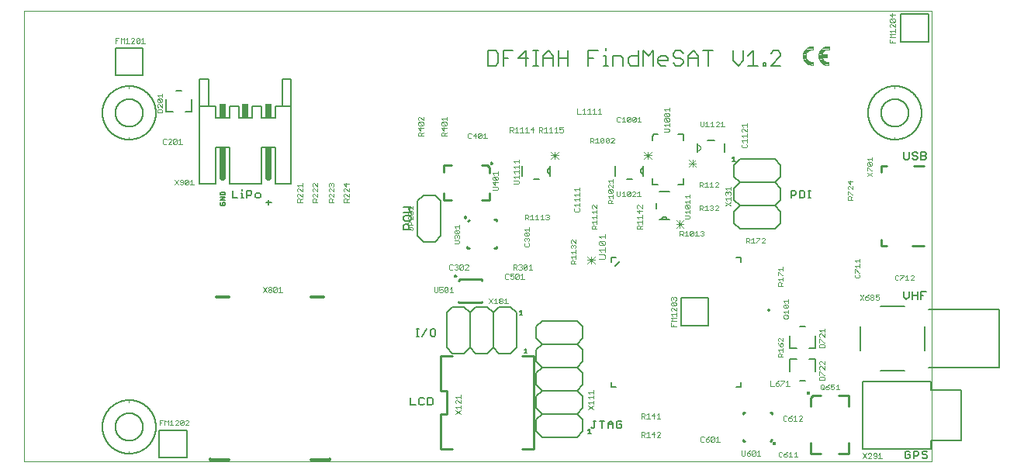
<source format=gto>
G75*
%MOIN*%
%OFA0B0*%
%FSLAX25Y25*%
%IPPOS*%
%LPD*%
%AMOC8*
5,1,8,0,0,1.08239X$1,22.5*
%
%ADD10C,0.00000*%
%ADD11C,0.00600*%
%ADD12C,0.00500*%
%ADD13C,0.00394*%
%ADD14C,0.00800*%
%ADD15C,0.00200*%
%ADD16C,0.00300*%
%ADD17C,0.01378*%
%ADD18C,0.02520*%
%ADD19R,0.02520X0.05906*%
%ADD20C,0.01000*%
%ADD21C,0.01200*%
%ADD22C,0.00787*%
%ADD23C,0.01575*%
D10*
X0022595Y0009348D02*
X0412516Y0009348D01*
X0412516Y0203167D01*
X0022595Y0203167D01*
X0022595Y0009348D01*
X0311895Y0143148D02*
X0311964Y0143150D01*
X0312032Y0143156D01*
X0312100Y0143166D01*
X0312167Y0143179D01*
X0312233Y0143197D01*
X0312298Y0143218D01*
X0312362Y0143243D01*
X0312424Y0143271D01*
X0312485Y0143303D01*
X0312544Y0143338D01*
X0312600Y0143377D01*
X0312655Y0143419D01*
X0312706Y0143464D01*
X0312756Y0143512D01*
X0312802Y0143562D01*
X0312845Y0143615D01*
X0312886Y0143671D01*
X0312923Y0143728D01*
X0312956Y0143788D01*
X0312987Y0143850D01*
X0313013Y0143913D01*
X0313036Y0143977D01*
X0313056Y0144043D01*
X0313071Y0144110D01*
X0313083Y0144177D01*
X0313091Y0144245D01*
X0313095Y0144314D01*
X0313095Y0144382D01*
X0313091Y0144451D01*
X0313083Y0144519D01*
X0313071Y0144586D01*
X0313056Y0144653D01*
X0313036Y0144719D01*
X0313013Y0144783D01*
X0312987Y0144846D01*
X0312956Y0144908D01*
X0312923Y0144968D01*
X0312886Y0145025D01*
X0312845Y0145081D01*
X0312802Y0145134D01*
X0312756Y0145184D01*
X0312706Y0145232D01*
X0312655Y0145277D01*
X0312600Y0145319D01*
X0312544Y0145358D01*
X0312485Y0145393D01*
X0312424Y0145425D01*
X0312362Y0145453D01*
X0312298Y0145478D01*
X0312233Y0145499D01*
X0312167Y0145517D01*
X0312100Y0145530D01*
X0312032Y0145540D01*
X0311964Y0145546D01*
X0311895Y0145548D01*
D11*
X0311895Y0143148D01*
X0311895Y0142648D01*
X0311895Y0145548D02*
X0311895Y0146048D01*
X0316195Y0147448D02*
X0318995Y0147448D01*
X0323295Y0146048D02*
X0323295Y0142648D01*
X0327595Y0136848D02*
X0327595Y0131848D01*
X0330095Y0129348D01*
X0345095Y0129348D01*
X0347595Y0126848D01*
X0347595Y0121848D01*
X0345095Y0119348D01*
X0347595Y0116848D01*
X0347595Y0111848D01*
X0345095Y0109348D01*
X0330095Y0109348D01*
X0327595Y0111848D01*
X0327595Y0116848D01*
X0330095Y0119348D01*
X0345095Y0119348D01*
X0330095Y0119348D02*
X0327595Y0121848D01*
X0327595Y0126848D01*
X0330095Y0129348D01*
X0345095Y0129348D02*
X0347595Y0131848D01*
X0347595Y0136848D01*
X0345095Y0139348D01*
X0330095Y0139348D01*
X0327595Y0136848D01*
X0299695Y0125348D02*
X0295495Y0125348D01*
X0294195Y0120648D02*
X0294195Y0118048D01*
X0295495Y0113348D02*
X0296395Y0113348D01*
X0298795Y0113348D01*
X0299695Y0113348D01*
X0298795Y0113348D02*
X0298793Y0113417D01*
X0298787Y0113485D01*
X0298777Y0113553D01*
X0298764Y0113620D01*
X0298746Y0113686D01*
X0298725Y0113751D01*
X0298700Y0113815D01*
X0298672Y0113877D01*
X0298640Y0113938D01*
X0298605Y0113997D01*
X0298566Y0114053D01*
X0298524Y0114108D01*
X0298479Y0114159D01*
X0298431Y0114209D01*
X0298381Y0114255D01*
X0298328Y0114298D01*
X0298272Y0114339D01*
X0298215Y0114376D01*
X0298155Y0114409D01*
X0298093Y0114440D01*
X0298030Y0114466D01*
X0297966Y0114489D01*
X0297900Y0114509D01*
X0297833Y0114524D01*
X0297766Y0114536D01*
X0297698Y0114544D01*
X0297629Y0114548D01*
X0297561Y0114548D01*
X0297492Y0114544D01*
X0297424Y0114536D01*
X0297357Y0114524D01*
X0297290Y0114509D01*
X0297224Y0114489D01*
X0297160Y0114466D01*
X0297097Y0114440D01*
X0297035Y0114409D01*
X0296975Y0114376D01*
X0296918Y0114339D01*
X0296862Y0114298D01*
X0296809Y0114255D01*
X0296759Y0114209D01*
X0296711Y0114159D01*
X0296666Y0114108D01*
X0296624Y0114053D01*
X0296585Y0113997D01*
X0296550Y0113938D01*
X0296518Y0113877D01*
X0296490Y0113815D01*
X0296465Y0113751D01*
X0296444Y0113686D01*
X0296426Y0113620D01*
X0296413Y0113553D01*
X0296403Y0113485D01*
X0296397Y0113417D01*
X0296395Y0113348D01*
X0278395Y0095648D02*
X0276295Y0093548D01*
X0274795Y0095248D02*
X0274795Y0097148D01*
X0276695Y0097148D01*
X0234095Y0073348D02*
X0234095Y0058348D01*
X0231595Y0055848D01*
X0226595Y0055848D01*
X0224095Y0058348D01*
X0224095Y0073348D01*
X0221595Y0075848D01*
X0216595Y0075848D01*
X0214095Y0073348D01*
X0211595Y0075848D01*
X0206595Y0075848D01*
X0204095Y0073348D01*
X0204095Y0058348D01*
X0206595Y0055848D01*
X0211595Y0055848D01*
X0214095Y0058348D01*
X0214095Y0073348D01*
X0224095Y0073348D02*
X0226595Y0075848D01*
X0231595Y0075848D01*
X0234095Y0073348D01*
X0242595Y0067348D02*
X0245095Y0069848D01*
X0260095Y0069848D01*
X0262595Y0067348D01*
X0262595Y0062348D01*
X0260095Y0059848D01*
X0245095Y0059848D01*
X0242595Y0062348D01*
X0242595Y0067348D01*
X0245095Y0059848D02*
X0242595Y0057348D01*
X0242595Y0052348D01*
X0245095Y0049848D01*
X0260095Y0049848D01*
X0262595Y0052348D01*
X0262595Y0057348D01*
X0260095Y0059848D01*
X0260095Y0049848D02*
X0262595Y0047348D01*
X0262595Y0042348D01*
X0260095Y0039848D01*
X0245095Y0039848D01*
X0242595Y0042348D01*
X0242595Y0047348D01*
X0245095Y0049848D01*
X0245095Y0039848D02*
X0242595Y0037348D01*
X0242595Y0032348D01*
X0245095Y0029848D01*
X0260095Y0029848D01*
X0262595Y0032348D01*
X0262595Y0037348D01*
X0260095Y0039848D01*
X0260095Y0029848D02*
X0262595Y0027348D01*
X0262595Y0022348D01*
X0260095Y0019848D01*
X0245095Y0019848D01*
X0242595Y0022348D01*
X0242595Y0027348D01*
X0245095Y0029848D01*
X0274795Y0041548D02*
X0274795Y0043448D01*
X0274795Y0041548D02*
X0276695Y0041548D01*
X0328495Y0041548D02*
X0330395Y0041548D01*
X0330395Y0043448D01*
X0381795Y0057248D02*
X0381795Y0067448D01*
X0390495Y0076148D02*
X0400695Y0076148D01*
X0411195Y0074748D02*
X0441295Y0074748D01*
X0441295Y0049948D01*
X0411195Y0049948D01*
X0400695Y0048548D02*
X0390495Y0048548D01*
X0409395Y0057248D02*
X0409395Y0067448D01*
X0330395Y0095248D02*
X0330395Y0097148D01*
X0328495Y0097148D01*
X0283895Y0130948D02*
X0281295Y0130948D01*
X0276595Y0132248D02*
X0276595Y0136448D01*
X0288595Y0136448D02*
X0288595Y0135548D01*
X0288595Y0133148D01*
X0288595Y0132248D01*
X0288595Y0133148D02*
X0288526Y0133150D01*
X0288458Y0133156D01*
X0288390Y0133166D01*
X0288323Y0133179D01*
X0288257Y0133197D01*
X0288192Y0133218D01*
X0288128Y0133243D01*
X0288066Y0133271D01*
X0288005Y0133303D01*
X0287946Y0133338D01*
X0287890Y0133377D01*
X0287835Y0133419D01*
X0287784Y0133464D01*
X0287734Y0133512D01*
X0287688Y0133562D01*
X0287645Y0133615D01*
X0287604Y0133671D01*
X0287567Y0133728D01*
X0287534Y0133788D01*
X0287503Y0133850D01*
X0287477Y0133913D01*
X0287454Y0133977D01*
X0287434Y0134043D01*
X0287419Y0134110D01*
X0287407Y0134177D01*
X0287399Y0134245D01*
X0287395Y0134314D01*
X0287395Y0134382D01*
X0287399Y0134451D01*
X0287407Y0134519D01*
X0287419Y0134586D01*
X0287434Y0134653D01*
X0287454Y0134719D01*
X0287477Y0134783D01*
X0287503Y0134846D01*
X0287534Y0134908D01*
X0287567Y0134968D01*
X0287604Y0135025D01*
X0287645Y0135081D01*
X0287688Y0135134D01*
X0287734Y0135184D01*
X0287784Y0135232D01*
X0287835Y0135277D01*
X0287890Y0135319D01*
X0287946Y0135358D01*
X0288005Y0135393D01*
X0288066Y0135425D01*
X0288128Y0135453D01*
X0288192Y0135478D01*
X0288257Y0135499D01*
X0288323Y0135517D01*
X0288390Y0135530D01*
X0288458Y0135540D01*
X0288526Y0135546D01*
X0288595Y0135548D01*
X0248595Y0135548D02*
X0248595Y0133148D01*
X0248595Y0132248D01*
X0248595Y0133148D02*
X0248526Y0133150D01*
X0248458Y0133156D01*
X0248390Y0133166D01*
X0248323Y0133179D01*
X0248257Y0133197D01*
X0248192Y0133218D01*
X0248128Y0133243D01*
X0248066Y0133271D01*
X0248005Y0133303D01*
X0247946Y0133338D01*
X0247890Y0133377D01*
X0247835Y0133419D01*
X0247784Y0133464D01*
X0247734Y0133512D01*
X0247688Y0133562D01*
X0247645Y0133615D01*
X0247604Y0133671D01*
X0247567Y0133728D01*
X0247534Y0133788D01*
X0247503Y0133850D01*
X0247477Y0133913D01*
X0247454Y0133977D01*
X0247434Y0134043D01*
X0247419Y0134110D01*
X0247407Y0134177D01*
X0247399Y0134245D01*
X0247395Y0134314D01*
X0247395Y0134382D01*
X0247399Y0134451D01*
X0247407Y0134519D01*
X0247419Y0134586D01*
X0247434Y0134653D01*
X0247454Y0134719D01*
X0247477Y0134783D01*
X0247503Y0134846D01*
X0247534Y0134908D01*
X0247567Y0134968D01*
X0247604Y0135025D01*
X0247645Y0135081D01*
X0247688Y0135134D01*
X0247734Y0135184D01*
X0247784Y0135232D01*
X0247835Y0135277D01*
X0247890Y0135319D01*
X0247946Y0135358D01*
X0248005Y0135393D01*
X0248066Y0135425D01*
X0248128Y0135453D01*
X0248192Y0135478D01*
X0248257Y0135499D01*
X0248323Y0135517D01*
X0248390Y0135530D01*
X0248458Y0135540D01*
X0248526Y0135546D01*
X0248595Y0135548D01*
X0248595Y0136448D01*
X0243895Y0130948D02*
X0241295Y0130948D01*
X0236595Y0132248D02*
X0236595Y0136448D01*
X0201595Y0121348D02*
X0201595Y0106348D01*
X0199095Y0103848D01*
X0194095Y0103848D01*
X0191595Y0106348D01*
X0191595Y0121348D01*
X0194095Y0123848D01*
X0199095Y0123848D01*
X0201595Y0121348D01*
X0137280Y0128679D02*
X0130390Y0128679D01*
X0130390Y0144427D01*
X0124485Y0144427D01*
X0124485Y0128679D01*
X0110705Y0128679D01*
X0110705Y0144427D01*
X0104800Y0144427D01*
X0104800Y0128679D01*
X0097910Y0128679D01*
X0097910Y0162143D01*
X0104800Y0162143D01*
X0104800Y0157222D01*
X0110705Y0157222D01*
X0110705Y0162143D01*
X0114642Y0162143D01*
X0114642Y0157222D01*
X0120548Y0157222D01*
X0120548Y0162143D01*
X0124485Y0162143D01*
X0124485Y0157222D01*
X0130390Y0157222D01*
X0130390Y0162143D01*
X0137280Y0162143D01*
X0137280Y0128679D01*
X0137280Y0162143D02*
X0137280Y0173954D01*
X0133343Y0173954D01*
X0133343Y0162143D01*
X0101847Y0162143D02*
X0101847Y0173954D01*
X0097910Y0173954D01*
X0097910Y0162143D01*
X0056095Y0159348D02*
X0056098Y0159630D01*
X0056109Y0159912D01*
X0056126Y0160194D01*
X0056150Y0160475D01*
X0056181Y0160756D01*
X0056219Y0161035D01*
X0056264Y0161314D01*
X0056316Y0161592D01*
X0056374Y0161868D01*
X0056440Y0162142D01*
X0056512Y0162415D01*
X0056590Y0162686D01*
X0056675Y0162955D01*
X0056767Y0163222D01*
X0056866Y0163487D01*
X0056970Y0163749D01*
X0057082Y0164008D01*
X0057199Y0164265D01*
X0057323Y0164519D01*
X0057453Y0164769D01*
X0057589Y0165016D01*
X0057731Y0165260D01*
X0057879Y0165500D01*
X0058033Y0165737D01*
X0058193Y0165970D01*
X0058358Y0166199D01*
X0058529Y0166423D01*
X0058705Y0166644D01*
X0058887Y0166859D01*
X0059074Y0167071D01*
X0059266Y0167278D01*
X0059463Y0167480D01*
X0059665Y0167677D01*
X0059872Y0167869D01*
X0060084Y0168056D01*
X0060299Y0168238D01*
X0060520Y0168414D01*
X0060744Y0168585D01*
X0060973Y0168750D01*
X0061206Y0168910D01*
X0061443Y0169064D01*
X0061683Y0169212D01*
X0061927Y0169354D01*
X0062174Y0169490D01*
X0062424Y0169620D01*
X0062678Y0169744D01*
X0062935Y0169861D01*
X0063194Y0169973D01*
X0063456Y0170077D01*
X0063721Y0170176D01*
X0063988Y0170268D01*
X0064257Y0170353D01*
X0064528Y0170431D01*
X0064801Y0170503D01*
X0065075Y0170569D01*
X0065351Y0170627D01*
X0065629Y0170679D01*
X0065908Y0170724D01*
X0066187Y0170762D01*
X0066468Y0170793D01*
X0066749Y0170817D01*
X0067031Y0170834D01*
X0067313Y0170845D01*
X0067595Y0170848D01*
X0067877Y0170845D01*
X0068159Y0170834D01*
X0068441Y0170817D01*
X0068722Y0170793D01*
X0069003Y0170762D01*
X0069282Y0170724D01*
X0069561Y0170679D01*
X0069839Y0170627D01*
X0070115Y0170569D01*
X0070389Y0170503D01*
X0070662Y0170431D01*
X0070933Y0170353D01*
X0071202Y0170268D01*
X0071469Y0170176D01*
X0071734Y0170077D01*
X0071996Y0169973D01*
X0072255Y0169861D01*
X0072512Y0169744D01*
X0072766Y0169620D01*
X0073016Y0169490D01*
X0073263Y0169354D01*
X0073507Y0169212D01*
X0073747Y0169064D01*
X0073984Y0168910D01*
X0074217Y0168750D01*
X0074446Y0168585D01*
X0074670Y0168414D01*
X0074891Y0168238D01*
X0075106Y0168056D01*
X0075318Y0167869D01*
X0075525Y0167677D01*
X0075727Y0167480D01*
X0075924Y0167278D01*
X0076116Y0167071D01*
X0076303Y0166859D01*
X0076485Y0166644D01*
X0076661Y0166423D01*
X0076832Y0166199D01*
X0076997Y0165970D01*
X0077157Y0165737D01*
X0077311Y0165500D01*
X0077459Y0165260D01*
X0077601Y0165016D01*
X0077737Y0164769D01*
X0077867Y0164519D01*
X0077991Y0164265D01*
X0078108Y0164008D01*
X0078220Y0163749D01*
X0078324Y0163487D01*
X0078423Y0163222D01*
X0078515Y0162955D01*
X0078600Y0162686D01*
X0078678Y0162415D01*
X0078750Y0162142D01*
X0078816Y0161868D01*
X0078874Y0161592D01*
X0078926Y0161314D01*
X0078971Y0161035D01*
X0079009Y0160756D01*
X0079040Y0160475D01*
X0079064Y0160194D01*
X0079081Y0159912D01*
X0079092Y0159630D01*
X0079095Y0159348D01*
X0079092Y0159066D01*
X0079081Y0158784D01*
X0079064Y0158502D01*
X0079040Y0158221D01*
X0079009Y0157940D01*
X0078971Y0157661D01*
X0078926Y0157382D01*
X0078874Y0157104D01*
X0078816Y0156828D01*
X0078750Y0156554D01*
X0078678Y0156281D01*
X0078600Y0156010D01*
X0078515Y0155741D01*
X0078423Y0155474D01*
X0078324Y0155209D01*
X0078220Y0154947D01*
X0078108Y0154688D01*
X0077991Y0154431D01*
X0077867Y0154177D01*
X0077737Y0153927D01*
X0077601Y0153680D01*
X0077459Y0153436D01*
X0077311Y0153196D01*
X0077157Y0152959D01*
X0076997Y0152726D01*
X0076832Y0152497D01*
X0076661Y0152273D01*
X0076485Y0152052D01*
X0076303Y0151837D01*
X0076116Y0151625D01*
X0075924Y0151418D01*
X0075727Y0151216D01*
X0075525Y0151019D01*
X0075318Y0150827D01*
X0075106Y0150640D01*
X0074891Y0150458D01*
X0074670Y0150282D01*
X0074446Y0150111D01*
X0074217Y0149946D01*
X0073984Y0149786D01*
X0073747Y0149632D01*
X0073507Y0149484D01*
X0073263Y0149342D01*
X0073016Y0149206D01*
X0072766Y0149076D01*
X0072512Y0148952D01*
X0072255Y0148835D01*
X0071996Y0148723D01*
X0071734Y0148619D01*
X0071469Y0148520D01*
X0071202Y0148428D01*
X0070933Y0148343D01*
X0070662Y0148265D01*
X0070389Y0148193D01*
X0070115Y0148127D01*
X0069839Y0148069D01*
X0069561Y0148017D01*
X0069282Y0147972D01*
X0069003Y0147934D01*
X0068722Y0147903D01*
X0068441Y0147879D01*
X0068159Y0147862D01*
X0067877Y0147851D01*
X0067595Y0147848D01*
X0067313Y0147851D01*
X0067031Y0147862D01*
X0066749Y0147879D01*
X0066468Y0147903D01*
X0066187Y0147934D01*
X0065908Y0147972D01*
X0065629Y0148017D01*
X0065351Y0148069D01*
X0065075Y0148127D01*
X0064801Y0148193D01*
X0064528Y0148265D01*
X0064257Y0148343D01*
X0063988Y0148428D01*
X0063721Y0148520D01*
X0063456Y0148619D01*
X0063194Y0148723D01*
X0062935Y0148835D01*
X0062678Y0148952D01*
X0062424Y0149076D01*
X0062174Y0149206D01*
X0061927Y0149342D01*
X0061683Y0149484D01*
X0061443Y0149632D01*
X0061206Y0149786D01*
X0060973Y0149946D01*
X0060744Y0150111D01*
X0060520Y0150282D01*
X0060299Y0150458D01*
X0060084Y0150640D01*
X0059872Y0150827D01*
X0059665Y0151019D01*
X0059463Y0151216D01*
X0059266Y0151418D01*
X0059074Y0151625D01*
X0058887Y0151837D01*
X0058705Y0152052D01*
X0058529Y0152273D01*
X0058358Y0152497D01*
X0058193Y0152726D01*
X0058033Y0152959D01*
X0057879Y0153196D01*
X0057731Y0153436D01*
X0057589Y0153680D01*
X0057453Y0153927D01*
X0057323Y0154177D01*
X0057199Y0154431D01*
X0057082Y0154688D01*
X0056970Y0154947D01*
X0056866Y0155209D01*
X0056767Y0155474D01*
X0056675Y0155741D01*
X0056590Y0156010D01*
X0056512Y0156281D01*
X0056440Y0156554D01*
X0056374Y0156828D01*
X0056316Y0157104D01*
X0056264Y0157382D01*
X0056219Y0157661D01*
X0056181Y0157940D01*
X0056150Y0158221D01*
X0056126Y0158502D01*
X0056109Y0158784D01*
X0056098Y0159066D01*
X0056095Y0159348D01*
X0221895Y0179648D02*
X0225098Y0179648D01*
X0226165Y0180716D01*
X0226165Y0184986D01*
X0225098Y0186053D01*
X0221895Y0186053D01*
X0221895Y0179648D01*
X0228341Y0179648D02*
X0228341Y0186053D01*
X0232611Y0186053D01*
X0230476Y0182851D02*
X0228341Y0182851D01*
X0234786Y0182851D02*
X0239056Y0182851D01*
X0237989Y0186053D02*
X0237989Y0179648D01*
X0241232Y0179648D02*
X0243367Y0179648D01*
X0242299Y0179648D02*
X0242299Y0186053D01*
X0241232Y0186053D02*
X0243367Y0186053D01*
X0245529Y0183918D02*
X0247664Y0186053D01*
X0249799Y0183918D01*
X0249799Y0179648D01*
X0251974Y0179648D02*
X0251974Y0186053D01*
X0251974Y0182851D02*
X0256244Y0182851D01*
X0256244Y0186053D02*
X0256244Y0179648D01*
X0264865Y0179648D02*
X0264865Y0186053D01*
X0269135Y0186053D01*
X0271311Y0183918D02*
X0272378Y0183918D01*
X0272378Y0179648D01*
X0271311Y0179648D02*
X0273446Y0179648D01*
X0275608Y0179648D02*
X0275608Y0183918D01*
X0278810Y0183918D01*
X0279878Y0182851D01*
X0279878Y0179648D01*
X0282053Y0180716D02*
X0282053Y0182851D01*
X0283121Y0183918D01*
X0286323Y0183918D01*
X0286323Y0186053D02*
X0286323Y0179648D01*
X0283121Y0179648D01*
X0282053Y0180716D01*
X0288499Y0179648D02*
X0288499Y0186053D01*
X0290634Y0183918D01*
X0292769Y0186053D01*
X0292769Y0179648D01*
X0294944Y0180716D02*
X0294944Y0182851D01*
X0296012Y0183918D01*
X0298147Y0183918D01*
X0299214Y0182851D01*
X0299214Y0181783D01*
X0294944Y0181783D01*
X0294944Y0180716D02*
X0296012Y0179648D01*
X0298147Y0179648D01*
X0301390Y0180716D02*
X0302457Y0179648D01*
X0304592Y0179648D01*
X0305660Y0180716D01*
X0305660Y0181783D01*
X0304592Y0182851D01*
X0302457Y0182851D01*
X0301390Y0183918D01*
X0301390Y0184986D01*
X0302457Y0186053D01*
X0304592Y0186053D01*
X0305660Y0184986D01*
X0307835Y0183918D02*
X0309970Y0186053D01*
X0312105Y0183918D01*
X0312105Y0179648D01*
X0312105Y0182851D02*
X0307835Y0182851D01*
X0307835Y0183918D02*
X0307835Y0179648D01*
X0316416Y0179648D02*
X0316416Y0186053D01*
X0314281Y0186053D02*
X0318551Y0186053D01*
X0327172Y0186053D02*
X0327172Y0181783D01*
X0329307Y0179648D01*
X0331442Y0181783D01*
X0331442Y0186053D01*
X0333617Y0183918D02*
X0335752Y0186053D01*
X0335752Y0179648D01*
X0333617Y0179648D02*
X0337887Y0179648D01*
X0340063Y0179648D02*
X0341130Y0179648D01*
X0341130Y0180716D01*
X0340063Y0180716D01*
X0340063Y0179648D01*
X0343285Y0179648D02*
X0347556Y0183918D01*
X0347556Y0184986D01*
X0346488Y0186053D01*
X0344353Y0186053D01*
X0343285Y0184986D01*
X0343285Y0179648D02*
X0347556Y0179648D01*
X0385095Y0159348D02*
X0385098Y0159630D01*
X0385109Y0159912D01*
X0385126Y0160194D01*
X0385150Y0160475D01*
X0385181Y0160756D01*
X0385219Y0161035D01*
X0385264Y0161314D01*
X0385316Y0161592D01*
X0385374Y0161868D01*
X0385440Y0162142D01*
X0385512Y0162415D01*
X0385590Y0162686D01*
X0385675Y0162955D01*
X0385767Y0163222D01*
X0385866Y0163487D01*
X0385970Y0163749D01*
X0386082Y0164008D01*
X0386199Y0164265D01*
X0386323Y0164519D01*
X0386453Y0164769D01*
X0386589Y0165016D01*
X0386731Y0165260D01*
X0386879Y0165500D01*
X0387033Y0165737D01*
X0387193Y0165970D01*
X0387358Y0166199D01*
X0387529Y0166423D01*
X0387705Y0166644D01*
X0387887Y0166859D01*
X0388074Y0167071D01*
X0388266Y0167278D01*
X0388463Y0167480D01*
X0388665Y0167677D01*
X0388872Y0167869D01*
X0389084Y0168056D01*
X0389299Y0168238D01*
X0389520Y0168414D01*
X0389744Y0168585D01*
X0389973Y0168750D01*
X0390206Y0168910D01*
X0390443Y0169064D01*
X0390683Y0169212D01*
X0390927Y0169354D01*
X0391174Y0169490D01*
X0391424Y0169620D01*
X0391678Y0169744D01*
X0391935Y0169861D01*
X0392194Y0169973D01*
X0392456Y0170077D01*
X0392721Y0170176D01*
X0392988Y0170268D01*
X0393257Y0170353D01*
X0393528Y0170431D01*
X0393801Y0170503D01*
X0394075Y0170569D01*
X0394351Y0170627D01*
X0394629Y0170679D01*
X0394908Y0170724D01*
X0395187Y0170762D01*
X0395468Y0170793D01*
X0395749Y0170817D01*
X0396031Y0170834D01*
X0396313Y0170845D01*
X0396595Y0170848D01*
X0396877Y0170845D01*
X0397159Y0170834D01*
X0397441Y0170817D01*
X0397722Y0170793D01*
X0398003Y0170762D01*
X0398282Y0170724D01*
X0398561Y0170679D01*
X0398839Y0170627D01*
X0399115Y0170569D01*
X0399389Y0170503D01*
X0399662Y0170431D01*
X0399933Y0170353D01*
X0400202Y0170268D01*
X0400469Y0170176D01*
X0400734Y0170077D01*
X0400996Y0169973D01*
X0401255Y0169861D01*
X0401512Y0169744D01*
X0401766Y0169620D01*
X0402016Y0169490D01*
X0402263Y0169354D01*
X0402507Y0169212D01*
X0402747Y0169064D01*
X0402984Y0168910D01*
X0403217Y0168750D01*
X0403446Y0168585D01*
X0403670Y0168414D01*
X0403891Y0168238D01*
X0404106Y0168056D01*
X0404318Y0167869D01*
X0404525Y0167677D01*
X0404727Y0167480D01*
X0404924Y0167278D01*
X0405116Y0167071D01*
X0405303Y0166859D01*
X0405485Y0166644D01*
X0405661Y0166423D01*
X0405832Y0166199D01*
X0405997Y0165970D01*
X0406157Y0165737D01*
X0406311Y0165500D01*
X0406459Y0165260D01*
X0406601Y0165016D01*
X0406737Y0164769D01*
X0406867Y0164519D01*
X0406991Y0164265D01*
X0407108Y0164008D01*
X0407220Y0163749D01*
X0407324Y0163487D01*
X0407423Y0163222D01*
X0407515Y0162955D01*
X0407600Y0162686D01*
X0407678Y0162415D01*
X0407750Y0162142D01*
X0407816Y0161868D01*
X0407874Y0161592D01*
X0407926Y0161314D01*
X0407971Y0161035D01*
X0408009Y0160756D01*
X0408040Y0160475D01*
X0408064Y0160194D01*
X0408081Y0159912D01*
X0408092Y0159630D01*
X0408095Y0159348D01*
X0408092Y0159066D01*
X0408081Y0158784D01*
X0408064Y0158502D01*
X0408040Y0158221D01*
X0408009Y0157940D01*
X0407971Y0157661D01*
X0407926Y0157382D01*
X0407874Y0157104D01*
X0407816Y0156828D01*
X0407750Y0156554D01*
X0407678Y0156281D01*
X0407600Y0156010D01*
X0407515Y0155741D01*
X0407423Y0155474D01*
X0407324Y0155209D01*
X0407220Y0154947D01*
X0407108Y0154688D01*
X0406991Y0154431D01*
X0406867Y0154177D01*
X0406737Y0153927D01*
X0406601Y0153680D01*
X0406459Y0153436D01*
X0406311Y0153196D01*
X0406157Y0152959D01*
X0405997Y0152726D01*
X0405832Y0152497D01*
X0405661Y0152273D01*
X0405485Y0152052D01*
X0405303Y0151837D01*
X0405116Y0151625D01*
X0404924Y0151418D01*
X0404727Y0151216D01*
X0404525Y0151019D01*
X0404318Y0150827D01*
X0404106Y0150640D01*
X0403891Y0150458D01*
X0403670Y0150282D01*
X0403446Y0150111D01*
X0403217Y0149946D01*
X0402984Y0149786D01*
X0402747Y0149632D01*
X0402507Y0149484D01*
X0402263Y0149342D01*
X0402016Y0149206D01*
X0401766Y0149076D01*
X0401512Y0148952D01*
X0401255Y0148835D01*
X0400996Y0148723D01*
X0400734Y0148619D01*
X0400469Y0148520D01*
X0400202Y0148428D01*
X0399933Y0148343D01*
X0399662Y0148265D01*
X0399389Y0148193D01*
X0399115Y0148127D01*
X0398839Y0148069D01*
X0398561Y0148017D01*
X0398282Y0147972D01*
X0398003Y0147934D01*
X0397722Y0147903D01*
X0397441Y0147879D01*
X0397159Y0147862D01*
X0396877Y0147851D01*
X0396595Y0147848D01*
X0396313Y0147851D01*
X0396031Y0147862D01*
X0395749Y0147879D01*
X0395468Y0147903D01*
X0395187Y0147934D01*
X0394908Y0147972D01*
X0394629Y0148017D01*
X0394351Y0148069D01*
X0394075Y0148127D01*
X0393801Y0148193D01*
X0393528Y0148265D01*
X0393257Y0148343D01*
X0392988Y0148428D01*
X0392721Y0148520D01*
X0392456Y0148619D01*
X0392194Y0148723D01*
X0391935Y0148835D01*
X0391678Y0148952D01*
X0391424Y0149076D01*
X0391174Y0149206D01*
X0390927Y0149342D01*
X0390683Y0149484D01*
X0390443Y0149632D01*
X0390206Y0149786D01*
X0389973Y0149946D01*
X0389744Y0150111D01*
X0389520Y0150282D01*
X0389299Y0150458D01*
X0389084Y0150640D01*
X0388872Y0150827D01*
X0388665Y0151019D01*
X0388463Y0151216D01*
X0388266Y0151418D01*
X0388074Y0151625D01*
X0387887Y0151837D01*
X0387705Y0152052D01*
X0387529Y0152273D01*
X0387358Y0152497D01*
X0387193Y0152726D01*
X0387033Y0152959D01*
X0386879Y0153196D01*
X0386731Y0153436D01*
X0386589Y0153680D01*
X0386453Y0153927D01*
X0386323Y0154177D01*
X0386199Y0154431D01*
X0386082Y0154688D01*
X0385970Y0154947D01*
X0385866Y0155209D01*
X0385767Y0155474D01*
X0385675Y0155741D01*
X0385590Y0156010D01*
X0385512Y0156281D01*
X0385440Y0156554D01*
X0385374Y0156828D01*
X0385316Y0157104D01*
X0385264Y0157382D01*
X0385219Y0157661D01*
X0385181Y0157940D01*
X0385150Y0158221D01*
X0385126Y0158502D01*
X0385109Y0158784D01*
X0385098Y0159066D01*
X0385095Y0159348D01*
X0272378Y0186053D02*
X0272378Y0187121D01*
X0267000Y0182851D02*
X0264865Y0182851D01*
X0249799Y0182851D02*
X0245529Y0182851D01*
X0245529Y0183918D02*
X0245529Y0179648D01*
X0237989Y0186053D02*
X0234786Y0182851D01*
X0224095Y0058348D02*
X0221595Y0055848D01*
X0216595Y0055848D01*
X0214095Y0058348D01*
X0056095Y0024348D02*
X0056098Y0024630D01*
X0056109Y0024912D01*
X0056126Y0025194D01*
X0056150Y0025475D01*
X0056181Y0025756D01*
X0056219Y0026035D01*
X0056264Y0026314D01*
X0056316Y0026592D01*
X0056374Y0026868D01*
X0056440Y0027142D01*
X0056512Y0027415D01*
X0056590Y0027686D01*
X0056675Y0027955D01*
X0056767Y0028222D01*
X0056866Y0028487D01*
X0056970Y0028749D01*
X0057082Y0029008D01*
X0057199Y0029265D01*
X0057323Y0029519D01*
X0057453Y0029769D01*
X0057589Y0030016D01*
X0057731Y0030260D01*
X0057879Y0030500D01*
X0058033Y0030737D01*
X0058193Y0030970D01*
X0058358Y0031199D01*
X0058529Y0031423D01*
X0058705Y0031644D01*
X0058887Y0031859D01*
X0059074Y0032071D01*
X0059266Y0032278D01*
X0059463Y0032480D01*
X0059665Y0032677D01*
X0059872Y0032869D01*
X0060084Y0033056D01*
X0060299Y0033238D01*
X0060520Y0033414D01*
X0060744Y0033585D01*
X0060973Y0033750D01*
X0061206Y0033910D01*
X0061443Y0034064D01*
X0061683Y0034212D01*
X0061927Y0034354D01*
X0062174Y0034490D01*
X0062424Y0034620D01*
X0062678Y0034744D01*
X0062935Y0034861D01*
X0063194Y0034973D01*
X0063456Y0035077D01*
X0063721Y0035176D01*
X0063988Y0035268D01*
X0064257Y0035353D01*
X0064528Y0035431D01*
X0064801Y0035503D01*
X0065075Y0035569D01*
X0065351Y0035627D01*
X0065629Y0035679D01*
X0065908Y0035724D01*
X0066187Y0035762D01*
X0066468Y0035793D01*
X0066749Y0035817D01*
X0067031Y0035834D01*
X0067313Y0035845D01*
X0067595Y0035848D01*
X0067877Y0035845D01*
X0068159Y0035834D01*
X0068441Y0035817D01*
X0068722Y0035793D01*
X0069003Y0035762D01*
X0069282Y0035724D01*
X0069561Y0035679D01*
X0069839Y0035627D01*
X0070115Y0035569D01*
X0070389Y0035503D01*
X0070662Y0035431D01*
X0070933Y0035353D01*
X0071202Y0035268D01*
X0071469Y0035176D01*
X0071734Y0035077D01*
X0071996Y0034973D01*
X0072255Y0034861D01*
X0072512Y0034744D01*
X0072766Y0034620D01*
X0073016Y0034490D01*
X0073263Y0034354D01*
X0073507Y0034212D01*
X0073747Y0034064D01*
X0073984Y0033910D01*
X0074217Y0033750D01*
X0074446Y0033585D01*
X0074670Y0033414D01*
X0074891Y0033238D01*
X0075106Y0033056D01*
X0075318Y0032869D01*
X0075525Y0032677D01*
X0075727Y0032480D01*
X0075924Y0032278D01*
X0076116Y0032071D01*
X0076303Y0031859D01*
X0076485Y0031644D01*
X0076661Y0031423D01*
X0076832Y0031199D01*
X0076997Y0030970D01*
X0077157Y0030737D01*
X0077311Y0030500D01*
X0077459Y0030260D01*
X0077601Y0030016D01*
X0077737Y0029769D01*
X0077867Y0029519D01*
X0077991Y0029265D01*
X0078108Y0029008D01*
X0078220Y0028749D01*
X0078324Y0028487D01*
X0078423Y0028222D01*
X0078515Y0027955D01*
X0078600Y0027686D01*
X0078678Y0027415D01*
X0078750Y0027142D01*
X0078816Y0026868D01*
X0078874Y0026592D01*
X0078926Y0026314D01*
X0078971Y0026035D01*
X0079009Y0025756D01*
X0079040Y0025475D01*
X0079064Y0025194D01*
X0079081Y0024912D01*
X0079092Y0024630D01*
X0079095Y0024348D01*
X0079092Y0024066D01*
X0079081Y0023784D01*
X0079064Y0023502D01*
X0079040Y0023221D01*
X0079009Y0022940D01*
X0078971Y0022661D01*
X0078926Y0022382D01*
X0078874Y0022104D01*
X0078816Y0021828D01*
X0078750Y0021554D01*
X0078678Y0021281D01*
X0078600Y0021010D01*
X0078515Y0020741D01*
X0078423Y0020474D01*
X0078324Y0020209D01*
X0078220Y0019947D01*
X0078108Y0019688D01*
X0077991Y0019431D01*
X0077867Y0019177D01*
X0077737Y0018927D01*
X0077601Y0018680D01*
X0077459Y0018436D01*
X0077311Y0018196D01*
X0077157Y0017959D01*
X0076997Y0017726D01*
X0076832Y0017497D01*
X0076661Y0017273D01*
X0076485Y0017052D01*
X0076303Y0016837D01*
X0076116Y0016625D01*
X0075924Y0016418D01*
X0075727Y0016216D01*
X0075525Y0016019D01*
X0075318Y0015827D01*
X0075106Y0015640D01*
X0074891Y0015458D01*
X0074670Y0015282D01*
X0074446Y0015111D01*
X0074217Y0014946D01*
X0073984Y0014786D01*
X0073747Y0014632D01*
X0073507Y0014484D01*
X0073263Y0014342D01*
X0073016Y0014206D01*
X0072766Y0014076D01*
X0072512Y0013952D01*
X0072255Y0013835D01*
X0071996Y0013723D01*
X0071734Y0013619D01*
X0071469Y0013520D01*
X0071202Y0013428D01*
X0070933Y0013343D01*
X0070662Y0013265D01*
X0070389Y0013193D01*
X0070115Y0013127D01*
X0069839Y0013069D01*
X0069561Y0013017D01*
X0069282Y0012972D01*
X0069003Y0012934D01*
X0068722Y0012903D01*
X0068441Y0012879D01*
X0068159Y0012862D01*
X0067877Y0012851D01*
X0067595Y0012848D01*
X0067313Y0012851D01*
X0067031Y0012862D01*
X0066749Y0012879D01*
X0066468Y0012903D01*
X0066187Y0012934D01*
X0065908Y0012972D01*
X0065629Y0013017D01*
X0065351Y0013069D01*
X0065075Y0013127D01*
X0064801Y0013193D01*
X0064528Y0013265D01*
X0064257Y0013343D01*
X0063988Y0013428D01*
X0063721Y0013520D01*
X0063456Y0013619D01*
X0063194Y0013723D01*
X0062935Y0013835D01*
X0062678Y0013952D01*
X0062424Y0014076D01*
X0062174Y0014206D01*
X0061927Y0014342D01*
X0061683Y0014484D01*
X0061443Y0014632D01*
X0061206Y0014786D01*
X0060973Y0014946D01*
X0060744Y0015111D01*
X0060520Y0015282D01*
X0060299Y0015458D01*
X0060084Y0015640D01*
X0059872Y0015827D01*
X0059665Y0016019D01*
X0059463Y0016216D01*
X0059266Y0016418D01*
X0059074Y0016625D01*
X0058887Y0016837D01*
X0058705Y0017052D01*
X0058529Y0017273D01*
X0058358Y0017497D01*
X0058193Y0017726D01*
X0058033Y0017959D01*
X0057879Y0018196D01*
X0057731Y0018436D01*
X0057589Y0018680D01*
X0057453Y0018927D01*
X0057323Y0019177D01*
X0057199Y0019431D01*
X0057082Y0019688D01*
X0056970Y0019947D01*
X0056866Y0020209D01*
X0056767Y0020474D01*
X0056675Y0020741D01*
X0056590Y0021010D01*
X0056512Y0021281D01*
X0056440Y0021554D01*
X0056374Y0021828D01*
X0056316Y0022104D01*
X0056264Y0022382D01*
X0056219Y0022661D01*
X0056181Y0022940D01*
X0056150Y0023221D01*
X0056126Y0023502D01*
X0056109Y0023784D01*
X0056098Y0024066D01*
X0056095Y0024348D01*
D12*
X0080615Y0022992D02*
X0080615Y0011181D01*
X0092426Y0011181D01*
X0092426Y0022992D01*
X0080615Y0022992D01*
X0237345Y0056098D02*
X0238613Y0056098D01*
X0237979Y0056098D02*
X0237979Y0058000D01*
X0237345Y0057366D01*
X0236613Y0072598D02*
X0235345Y0072598D01*
X0235979Y0072598D02*
X0235979Y0074500D01*
X0235345Y0073866D01*
X0304690Y0079754D02*
X0304690Y0067943D01*
X0316501Y0067943D01*
X0316501Y0079754D01*
X0304690Y0079754D01*
X0382949Y0043994D02*
X0412241Y0043994D01*
X0412241Y0040175D01*
X0425154Y0040175D01*
X0425154Y0018521D01*
X0412241Y0018521D01*
X0412241Y0014702D01*
X0382949Y0014702D01*
X0382949Y0043994D01*
X0266113Y0021598D02*
X0264845Y0021598D01*
X0265479Y0021598D02*
X0265479Y0023500D01*
X0264845Y0022866D01*
X0108845Y0119915D02*
X0108845Y0120549D01*
X0108528Y0120866D01*
X0107894Y0120866D01*
X0107894Y0120232D01*
X0107260Y0120866D02*
X0106944Y0120549D01*
X0106944Y0119915D01*
X0107260Y0119598D01*
X0108528Y0119598D01*
X0108845Y0119915D01*
X0108845Y0121808D02*
X0106944Y0121808D01*
X0108845Y0123076D01*
X0106944Y0123076D01*
X0106944Y0124018D02*
X0106944Y0124969D01*
X0107260Y0125286D01*
X0108528Y0125286D01*
X0108845Y0124969D01*
X0108845Y0124018D01*
X0106944Y0124018D01*
X0073501Y0175443D02*
X0061690Y0175443D01*
X0061690Y0187254D01*
X0073501Y0187254D01*
X0073501Y0175443D01*
X0326845Y0139866D02*
X0327479Y0140500D01*
X0327479Y0138598D01*
X0326845Y0138598D02*
X0328113Y0138598D01*
X0399264Y0189887D02*
X0399264Y0201698D01*
X0411075Y0201698D01*
X0411075Y0189887D01*
X0399264Y0189887D01*
D13*
X0368334Y0187863D02*
X0367582Y0187885D01*
X0366839Y0187768D01*
X0366131Y0187514D01*
X0365482Y0187132D01*
X0364916Y0186637D01*
X0364452Y0186045D01*
X0364106Y0185377D01*
X0363890Y0184656D01*
X0363812Y0183908D01*
X0363875Y0183158D01*
X0364076Y0182433D01*
X0364409Y0181758D01*
X0364861Y0181157D01*
X0365417Y0180651D01*
X0366058Y0180256D01*
X0366761Y0179988D01*
X0367502Y0179856D01*
X0368254Y0179863D01*
X0368254Y0181063D01*
X0367666Y0181067D01*
X0367091Y0181188D01*
X0366551Y0181420D01*
X0366068Y0181755D01*
X0365660Y0182178D01*
X0365345Y0182674D01*
X0365134Y0183223D01*
X0367454Y0183223D01*
X0367454Y0184463D01*
X0365214Y0184463D01*
X0365365Y0184960D01*
X0365611Y0185418D01*
X0365941Y0185820D01*
X0366343Y0186149D01*
X0366802Y0186394D01*
X0367299Y0186544D01*
X0367817Y0186594D01*
X0368334Y0186543D01*
X0368334Y0187863D01*
X0368334Y0187805D02*
X0367072Y0187805D01*
X0365959Y0187412D02*
X0368334Y0187412D01*
X0368334Y0187020D02*
X0365354Y0187020D01*
X0364909Y0186628D02*
X0368334Y0186628D01*
X0366506Y0186236D02*
X0364601Y0186236D01*
X0364347Y0185843D02*
X0365970Y0185843D01*
X0365638Y0185451D02*
X0364144Y0185451D01*
X0364011Y0185059D02*
X0365418Y0185059D01*
X0365276Y0184667D02*
X0363893Y0184667D01*
X0363851Y0184275D02*
X0367454Y0184275D01*
X0367454Y0183882D02*
X0363815Y0183882D01*
X0363847Y0183490D02*
X0367454Y0183490D01*
X0365907Y0181921D02*
X0364329Y0181921D01*
X0364135Y0182314D02*
X0365574Y0182314D01*
X0365333Y0182706D02*
X0364001Y0182706D01*
X0363892Y0183098D02*
X0365182Y0183098D01*
X0364581Y0181529D02*
X0366393Y0181529D01*
X0367334Y0181137D02*
X0364883Y0181137D01*
X0365314Y0180745D02*
X0368254Y0180745D01*
X0368254Y0180353D02*
X0365902Y0180353D01*
X0366917Y0179960D02*
X0368254Y0179960D01*
X0361494Y0179960D02*
X0360322Y0179960D01*
X0360015Y0180012D02*
X0360749Y0179888D01*
X0361494Y0179903D01*
X0361494Y0181143D01*
X0360905Y0181119D01*
X0360324Y0181221D01*
X0359778Y0181445D01*
X0359292Y0181780D01*
X0358889Y0182210D01*
X0358587Y0182717D01*
X0358401Y0183277D01*
X0358337Y0183863D01*
X0358401Y0184449D01*
X0358587Y0185009D01*
X0358889Y0185516D01*
X0359292Y0185946D01*
X0359778Y0186281D01*
X0360324Y0186505D01*
X0360905Y0186607D01*
X0361494Y0186583D01*
X0361494Y0187823D01*
X0360749Y0187838D01*
X0360015Y0187714D01*
X0359317Y0187455D01*
X0358678Y0187071D01*
X0358123Y0186576D01*
X0357669Y0185985D01*
X0357333Y0185320D01*
X0357127Y0184605D01*
X0357057Y0183863D01*
X0357127Y0183121D01*
X0357333Y0182406D01*
X0357669Y0181741D01*
X0358123Y0181150D01*
X0358678Y0180655D01*
X0359317Y0180271D01*
X0360015Y0180012D01*
X0359180Y0180353D02*
X0361494Y0180353D01*
X0361494Y0180745D02*
X0358577Y0180745D01*
X0358138Y0181137D02*
X0360802Y0181137D01*
X0361346Y0181137D02*
X0361494Y0181137D01*
X0359655Y0181529D02*
X0357832Y0181529D01*
X0357578Y0181921D02*
X0359160Y0181921D01*
X0358828Y0182314D02*
X0357380Y0182314D01*
X0357247Y0182706D02*
X0358594Y0182706D01*
X0358460Y0183098D02*
X0357134Y0183098D01*
X0357092Y0183490D02*
X0358378Y0183490D01*
X0358339Y0183882D02*
X0357059Y0183882D01*
X0357096Y0184275D02*
X0358382Y0184275D01*
X0358473Y0184667D02*
X0357145Y0184667D01*
X0357258Y0185059D02*
X0358617Y0185059D01*
X0358851Y0185451D02*
X0357399Y0185451D01*
X0357598Y0185843D02*
X0359196Y0185843D01*
X0359712Y0186236D02*
X0357862Y0186236D01*
X0358181Y0186628D02*
X0361494Y0186628D01*
X0361494Y0187020D02*
X0358621Y0187020D01*
X0359245Y0187412D02*
X0361494Y0187412D01*
X0361494Y0187805D02*
X0360552Y0187805D01*
D14*
X0390689Y0159348D02*
X0390691Y0159501D01*
X0390697Y0159655D01*
X0390707Y0159808D01*
X0390721Y0159960D01*
X0390739Y0160113D01*
X0390761Y0160264D01*
X0390786Y0160415D01*
X0390816Y0160566D01*
X0390850Y0160716D01*
X0390887Y0160864D01*
X0390928Y0161012D01*
X0390973Y0161158D01*
X0391022Y0161304D01*
X0391075Y0161448D01*
X0391131Y0161590D01*
X0391191Y0161731D01*
X0391255Y0161871D01*
X0391322Y0162009D01*
X0391393Y0162145D01*
X0391468Y0162279D01*
X0391545Y0162411D01*
X0391627Y0162541D01*
X0391711Y0162669D01*
X0391799Y0162795D01*
X0391890Y0162918D01*
X0391984Y0163039D01*
X0392082Y0163157D01*
X0392182Y0163273D01*
X0392286Y0163386D01*
X0392392Y0163497D01*
X0392501Y0163605D01*
X0392613Y0163710D01*
X0392727Y0163811D01*
X0392845Y0163910D01*
X0392964Y0164006D01*
X0393086Y0164099D01*
X0393211Y0164188D01*
X0393338Y0164275D01*
X0393467Y0164357D01*
X0393598Y0164437D01*
X0393731Y0164513D01*
X0393866Y0164586D01*
X0394003Y0164655D01*
X0394142Y0164720D01*
X0394282Y0164782D01*
X0394424Y0164840D01*
X0394567Y0164895D01*
X0394712Y0164946D01*
X0394858Y0164993D01*
X0395005Y0165036D01*
X0395153Y0165075D01*
X0395302Y0165111D01*
X0395452Y0165142D01*
X0395603Y0165170D01*
X0395754Y0165194D01*
X0395907Y0165214D01*
X0396059Y0165230D01*
X0396212Y0165242D01*
X0396365Y0165250D01*
X0396518Y0165254D01*
X0396672Y0165254D01*
X0396825Y0165250D01*
X0396978Y0165242D01*
X0397131Y0165230D01*
X0397283Y0165214D01*
X0397436Y0165194D01*
X0397587Y0165170D01*
X0397738Y0165142D01*
X0397888Y0165111D01*
X0398037Y0165075D01*
X0398185Y0165036D01*
X0398332Y0164993D01*
X0398478Y0164946D01*
X0398623Y0164895D01*
X0398766Y0164840D01*
X0398908Y0164782D01*
X0399048Y0164720D01*
X0399187Y0164655D01*
X0399324Y0164586D01*
X0399459Y0164513D01*
X0399592Y0164437D01*
X0399723Y0164357D01*
X0399852Y0164275D01*
X0399979Y0164188D01*
X0400104Y0164099D01*
X0400226Y0164006D01*
X0400345Y0163910D01*
X0400463Y0163811D01*
X0400577Y0163710D01*
X0400689Y0163605D01*
X0400798Y0163497D01*
X0400904Y0163386D01*
X0401008Y0163273D01*
X0401108Y0163157D01*
X0401206Y0163039D01*
X0401300Y0162918D01*
X0401391Y0162795D01*
X0401479Y0162669D01*
X0401563Y0162541D01*
X0401645Y0162411D01*
X0401722Y0162279D01*
X0401797Y0162145D01*
X0401868Y0162009D01*
X0401935Y0161871D01*
X0401999Y0161731D01*
X0402059Y0161590D01*
X0402115Y0161448D01*
X0402168Y0161304D01*
X0402217Y0161158D01*
X0402262Y0161012D01*
X0402303Y0160864D01*
X0402340Y0160716D01*
X0402374Y0160566D01*
X0402404Y0160415D01*
X0402429Y0160264D01*
X0402451Y0160113D01*
X0402469Y0159960D01*
X0402483Y0159808D01*
X0402493Y0159655D01*
X0402499Y0159501D01*
X0402501Y0159348D01*
X0402499Y0159195D01*
X0402493Y0159041D01*
X0402483Y0158888D01*
X0402469Y0158736D01*
X0402451Y0158583D01*
X0402429Y0158432D01*
X0402404Y0158281D01*
X0402374Y0158130D01*
X0402340Y0157980D01*
X0402303Y0157832D01*
X0402262Y0157684D01*
X0402217Y0157538D01*
X0402168Y0157392D01*
X0402115Y0157248D01*
X0402059Y0157106D01*
X0401999Y0156965D01*
X0401935Y0156825D01*
X0401868Y0156687D01*
X0401797Y0156551D01*
X0401722Y0156417D01*
X0401645Y0156285D01*
X0401563Y0156155D01*
X0401479Y0156027D01*
X0401391Y0155901D01*
X0401300Y0155778D01*
X0401206Y0155657D01*
X0401108Y0155539D01*
X0401008Y0155423D01*
X0400904Y0155310D01*
X0400798Y0155199D01*
X0400689Y0155091D01*
X0400577Y0154986D01*
X0400463Y0154885D01*
X0400345Y0154786D01*
X0400226Y0154690D01*
X0400104Y0154597D01*
X0399979Y0154508D01*
X0399852Y0154421D01*
X0399723Y0154339D01*
X0399592Y0154259D01*
X0399459Y0154183D01*
X0399324Y0154110D01*
X0399187Y0154041D01*
X0399048Y0153976D01*
X0398908Y0153914D01*
X0398766Y0153856D01*
X0398623Y0153801D01*
X0398478Y0153750D01*
X0398332Y0153703D01*
X0398185Y0153660D01*
X0398037Y0153621D01*
X0397888Y0153585D01*
X0397738Y0153554D01*
X0397587Y0153526D01*
X0397436Y0153502D01*
X0397283Y0153482D01*
X0397131Y0153466D01*
X0396978Y0153454D01*
X0396825Y0153446D01*
X0396672Y0153442D01*
X0396518Y0153442D01*
X0396365Y0153446D01*
X0396212Y0153454D01*
X0396059Y0153466D01*
X0395907Y0153482D01*
X0395754Y0153502D01*
X0395603Y0153526D01*
X0395452Y0153554D01*
X0395302Y0153585D01*
X0395153Y0153621D01*
X0395005Y0153660D01*
X0394858Y0153703D01*
X0394712Y0153750D01*
X0394567Y0153801D01*
X0394424Y0153856D01*
X0394282Y0153914D01*
X0394142Y0153976D01*
X0394003Y0154041D01*
X0393866Y0154110D01*
X0393731Y0154183D01*
X0393598Y0154259D01*
X0393467Y0154339D01*
X0393338Y0154421D01*
X0393211Y0154508D01*
X0393086Y0154597D01*
X0392964Y0154690D01*
X0392845Y0154786D01*
X0392727Y0154885D01*
X0392613Y0154986D01*
X0392501Y0155091D01*
X0392392Y0155199D01*
X0392286Y0155310D01*
X0392182Y0155423D01*
X0392082Y0155539D01*
X0391984Y0155657D01*
X0391890Y0155778D01*
X0391799Y0155901D01*
X0391711Y0156027D01*
X0391627Y0156155D01*
X0391545Y0156285D01*
X0391468Y0156417D01*
X0391393Y0156551D01*
X0391322Y0156687D01*
X0391255Y0156825D01*
X0391191Y0156965D01*
X0391131Y0157106D01*
X0391075Y0157248D01*
X0391022Y0157392D01*
X0390973Y0157538D01*
X0390928Y0157684D01*
X0390887Y0157832D01*
X0390850Y0157980D01*
X0390816Y0158130D01*
X0390786Y0158281D01*
X0390761Y0158432D01*
X0390739Y0158583D01*
X0390721Y0158736D01*
X0390707Y0158888D01*
X0390697Y0159041D01*
X0390691Y0159195D01*
X0390689Y0159348D01*
X0400495Y0142451D02*
X0400495Y0139782D01*
X0401029Y0139248D01*
X0402097Y0139248D01*
X0402630Y0139782D01*
X0402630Y0142451D01*
X0404178Y0141917D02*
X0404178Y0141383D01*
X0404712Y0140849D01*
X0405780Y0140849D01*
X0406313Y0140316D01*
X0406313Y0139782D01*
X0405780Y0139248D01*
X0404712Y0139248D01*
X0404178Y0139782D01*
X0404178Y0141917D02*
X0404712Y0142451D01*
X0405780Y0142451D01*
X0406313Y0141917D01*
X0407861Y0142451D02*
X0409463Y0142451D01*
X0409997Y0141917D01*
X0409997Y0141383D01*
X0409463Y0140849D01*
X0407861Y0140849D01*
X0407861Y0139248D02*
X0407861Y0142451D01*
X0409463Y0140849D02*
X0409997Y0140316D01*
X0409997Y0139782D01*
X0409463Y0139248D01*
X0407861Y0139248D01*
X0360429Y0125951D02*
X0359361Y0125951D01*
X0359895Y0125951D02*
X0359895Y0122748D01*
X0359361Y0122748D02*
X0360429Y0122748D01*
X0357813Y0123282D02*
X0357813Y0125417D01*
X0357280Y0125951D01*
X0355678Y0125951D01*
X0355678Y0122748D01*
X0357280Y0122748D01*
X0357813Y0123282D01*
X0354130Y0124349D02*
X0354130Y0125417D01*
X0353597Y0125951D01*
X0351995Y0125951D01*
X0351995Y0122748D01*
X0351995Y0123816D02*
X0353597Y0123816D01*
X0354130Y0124349D01*
X0305895Y0128548D02*
X0303395Y0128548D01*
X0305895Y0128548D02*
X0305895Y0131048D01*
X0294795Y0128548D02*
X0292295Y0128548D01*
X0292295Y0131048D01*
X0292295Y0147648D02*
X0292295Y0149164D01*
X0293190Y0150175D01*
X0294795Y0150148D01*
X0303395Y0150148D02*
X0305895Y0150148D01*
X0305895Y0147648D01*
X0188695Y0118749D02*
X0187628Y0117682D01*
X0188695Y0116614D01*
X0185492Y0116614D01*
X0186026Y0115066D02*
X0185492Y0114533D01*
X0185492Y0113465D01*
X0186026Y0112931D01*
X0188161Y0112931D01*
X0188695Y0113465D01*
X0188695Y0114533D01*
X0188161Y0115066D01*
X0186026Y0115066D01*
X0186026Y0111383D02*
X0187094Y0111383D01*
X0187628Y0110849D01*
X0187628Y0109248D01*
X0188695Y0109248D02*
X0185492Y0109248D01*
X0185492Y0110849D01*
X0186026Y0111383D01*
X0185492Y0118749D02*
X0188695Y0118749D01*
X0128630Y0120849D02*
X0126495Y0120849D01*
X0127563Y0119782D02*
X0127563Y0121917D01*
X0123952Y0123282D02*
X0123952Y0124349D01*
X0123418Y0124883D01*
X0122351Y0124883D01*
X0121817Y0124349D01*
X0121817Y0123282D01*
X0122351Y0122748D01*
X0123418Y0122748D01*
X0123952Y0123282D01*
X0120269Y0124349D02*
X0120269Y0125417D01*
X0119735Y0125951D01*
X0118134Y0125951D01*
X0118134Y0122748D01*
X0118134Y0123816D02*
X0119735Y0123816D01*
X0120269Y0124349D01*
X0116746Y0122748D02*
X0115678Y0122748D01*
X0116212Y0122748D02*
X0116212Y0124883D01*
X0115678Y0124883D01*
X0116212Y0125951D02*
X0116212Y0126485D01*
X0111995Y0125951D02*
X0111995Y0122748D01*
X0114130Y0122748D01*
X0094607Y0159820D02*
X0091851Y0159820D01*
X0094607Y0159820D02*
X0094607Y0165135D01*
X0090276Y0168876D02*
X0087914Y0168876D01*
X0083583Y0165135D02*
X0083583Y0159820D01*
X0086339Y0159820D01*
X0061689Y0159348D02*
X0061691Y0159501D01*
X0061697Y0159655D01*
X0061707Y0159808D01*
X0061721Y0159960D01*
X0061739Y0160113D01*
X0061761Y0160264D01*
X0061786Y0160415D01*
X0061816Y0160566D01*
X0061850Y0160716D01*
X0061887Y0160864D01*
X0061928Y0161012D01*
X0061973Y0161158D01*
X0062022Y0161304D01*
X0062075Y0161448D01*
X0062131Y0161590D01*
X0062191Y0161731D01*
X0062255Y0161871D01*
X0062322Y0162009D01*
X0062393Y0162145D01*
X0062468Y0162279D01*
X0062545Y0162411D01*
X0062627Y0162541D01*
X0062711Y0162669D01*
X0062799Y0162795D01*
X0062890Y0162918D01*
X0062984Y0163039D01*
X0063082Y0163157D01*
X0063182Y0163273D01*
X0063286Y0163386D01*
X0063392Y0163497D01*
X0063501Y0163605D01*
X0063613Y0163710D01*
X0063727Y0163811D01*
X0063845Y0163910D01*
X0063964Y0164006D01*
X0064086Y0164099D01*
X0064211Y0164188D01*
X0064338Y0164275D01*
X0064467Y0164357D01*
X0064598Y0164437D01*
X0064731Y0164513D01*
X0064866Y0164586D01*
X0065003Y0164655D01*
X0065142Y0164720D01*
X0065282Y0164782D01*
X0065424Y0164840D01*
X0065567Y0164895D01*
X0065712Y0164946D01*
X0065858Y0164993D01*
X0066005Y0165036D01*
X0066153Y0165075D01*
X0066302Y0165111D01*
X0066452Y0165142D01*
X0066603Y0165170D01*
X0066754Y0165194D01*
X0066907Y0165214D01*
X0067059Y0165230D01*
X0067212Y0165242D01*
X0067365Y0165250D01*
X0067518Y0165254D01*
X0067672Y0165254D01*
X0067825Y0165250D01*
X0067978Y0165242D01*
X0068131Y0165230D01*
X0068283Y0165214D01*
X0068436Y0165194D01*
X0068587Y0165170D01*
X0068738Y0165142D01*
X0068888Y0165111D01*
X0069037Y0165075D01*
X0069185Y0165036D01*
X0069332Y0164993D01*
X0069478Y0164946D01*
X0069623Y0164895D01*
X0069766Y0164840D01*
X0069908Y0164782D01*
X0070048Y0164720D01*
X0070187Y0164655D01*
X0070324Y0164586D01*
X0070459Y0164513D01*
X0070592Y0164437D01*
X0070723Y0164357D01*
X0070852Y0164275D01*
X0070979Y0164188D01*
X0071104Y0164099D01*
X0071226Y0164006D01*
X0071345Y0163910D01*
X0071463Y0163811D01*
X0071577Y0163710D01*
X0071689Y0163605D01*
X0071798Y0163497D01*
X0071904Y0163386D01*
X0072008Y0163273D01*
X0072108Y0163157D01*
X0072206Y0163039D01*
X0072300Y0162918D01*
X0072391Y0162795D01*
X0072479Y0162669D01*
X0072563Y0162541D01*
X0072645Y0162411D01*
X0072722Y0162279D01*
X0072797Y0162145D01*
X0072868Y0162009D01*
X0072935Y0161871D01*
X0072999Y0161731D01*
X0073059Y0161590D01*
X0073115Y0161448D01*
X0073168Y0161304D01*
X0073217Y0161158D01*
X0073262Y0161012D01*
X0073303Y0160864D01*
X0073340Y0160716D01*
X0073374Y0160566D01*
X0073404Y0160415D01*
X0073429Y0160264D01*
X0073451Y0160113D01*
X0073469Y0159960D01*
X0073483Y0159808D01*
X0073493Y0159655D01*
X0073499Y0159501D01*
X0073501Y0159348D01*
X0073499Y0159195D01*
X0073493Y0159041D01*
X0073483Y0158888D01*
X0073469Y0158736D01*
X0073451Y0158583D01*
X0073429Y0158432D01*
X0073404Y0158281D01*
X0073374Y0158130D01*
X0073340Y0157980D01*
X0073303Y0157832D01*
X0073262Y0157684D01*
X0073217Y0157538D01*
X0073168Y0157392D01*
X0073115Y0157248D01*
X0073059Y0157106D01*
X0072999Y0156965D01*
X0072935Y0156825D01*
X0072868Y0156687D01*
X0072797Y0156551D01*
X0072722Y0156417D01*
X0072645Y0156285D01*
X0072563Y0156155D01*
X0072479Y0156027D01*
X0072391Y0155901D01*
X0072300Y0155778D01*
X0072206Y0155657D01*
X0072108Y0155539D01*
X0072008Y0155423D01*
X0071904Y0155310D01*
X0071798Y0155199D01*
X0071689Y0155091D01*
X0071577Y0154986D01*
X0071463Y0154885D01*
X0071345Y0154786D01*
X0071226Y0154690D01*
X0071104Y0154597D01*
X0070979Y0154508D01*
X0070852Y0154421D01*
X0070723Y0154339D01*
X0070592Y0154259D01*
X0070459Y0154183D01*
X0070324Y0154110D01*
X0070187Y0154041D01*
X0070048Y0153976D01*
X0069908Y0153914D01*
X0069766Y0153856D01*
X0069623Y0153801D01*
X0069478Y0153750D01*
X0069332Y0153703D01*
X0069185Y0153660D01*
X0069037Y0153621D01*
X0068888Y0153585D01*
X0068738Y0153554D01*
X0068587Y0153526D01*
X0068436Y0153502D01*
X0068283Y0153482D01*
X0068131Y0153466D01*
X0067978Y0153454D01*
X0067825Y0153446D01*
X0067672Y0153442D01*
X0067518Y0153442D01*
X0067365Y0153446D01*
X0067212Y0153454D01*
X0067059Y0153466D01*
X0066907Y0153482D01*
X0066754Y0153502D01*
X0066603Y0153526D01*
X0066452Y0153554D01*
X0066302Y0153585D01*
X0066153Y0153621D01*
X0066005Y0153660D01*
X0065858Y0153703D01*
X0065712Y0153750D01*
X0065567Y0153801D01*
X0065424Y0153856D01*
X0065282Y0153914D01*
X0065142Y0153976D01*
X0065003Y0154041D01*
X0064866Y0154110D01*
X0064731Y0154183D01*
X0064598Y0154259D01*
X0064467Y0154339D01*
X0064338Y0154421D01*
X0064211Y0154508D01*
X0064086Y0154597D01*
X0063964Y0154690D01*
X0063845Y0154786D01*
X0063727Y0154885D01*
X0063613Y0154986D01*
X0063501Y0155091D01*
X0063392Y0155199D01*
X0063286Y0155310D01*
X0063182Y0155423D01*
X0063082Y0155539D01*
X0062984Y0155657D01*
X0062890Y0155778D01*
X0062799Y0155901D01*
X0062711Y0156027D01*
X0062627Y0156155D01*
X0062545Y0156285D01*
X0062468Y0156417D01*
X0062393Y0156551D01*
X0062322Y0156687D01*
X0062255Y0156825D01*
X0062191Y0156965D01*
X0062131Y0157106D01*
X0062075Y0157248D01*
X0062022Y0157392D01*
X0061973Y0157538D01*
X0061928Y0157684D01*
X0061887Y0157832D01*
X0061850Y0157980D01*
X0061816Y0158130D01*
X0061786Y0158281D01*
X0061761Y0158432D01*
X0061739Y0158583D01*
X0061721Y0158736D01*
X0061707Y0158888D01*
X0061697Y0159041D01*
X0061691Y0159195D01*
X0061689Y0159348D01*
X0190995Y0066451D02*
X0192063Y0066451D01*
X0191529Y0066451D02*
X0191529Y0063248D01*
X0190995Y0063248D02*
X0192063Y0063248D01*
X0193451Y0063248D02*
X0195586Y0066451D01*
X0197134Y0065917D02*
X0197134Y0063782D01*
X0197667Y0063248D01*
X0198735Y0063248D01*
X0199269Y0063782D01*
X0199269Y0065917D01*
X0198735Y0066451D01*
X0197667Y0066451D01*
X0197134Y0065917D01*
X0197463Y0036951D02*
X0195861Y0036951D01*
X0195861Y0033748D01*
X0197463Y0033748D01*
X0197997Y0034282D01*
X0197997Y0036417D01*
X0197463Y0036951D01*
X0194313Y0036417D02*
X0193780Y0036951D01*
X0192712Y0036951D01*
X0192178Y0036417D01*
X0192178Y0034282D01*
X0192712Y0033748D01*
X0193780Y0033748D01*
X0194313Y0034282D01*
X0190630Y0033748D02*
X0188495Y0033748D01*
X0188495Y0036951D01*
X0265995Y0024282D02*
X0266529Y0023748D01*
X0267063Y0023748D01*
X0267597Y0024282D01*
X0267597Y0026951D01*
X0268130Y0026951D02*
X0267063Y0026951D01*
X0269678Y0026951D02*
X0271813Y0026951D01*
X0270746Y0026951D02*
X0270746Y0023748D01*
X0273361Y0023748D02*
X0273361Y0025883D01*
X0274429Y0026951D01*
X0275497Y0025883D01*
X0275497Y0023748D01*
X0275497Y0025349D02*
X0273361Y0025349D01*
X0277045Y0024282D02*
X0277578Y0023748D01*
X0278646Y0023748D01*
X0279180Y0024282D01*
X0279180Y0025349D01*
X0278112Y0025349D01*
X0277045Y0024282D02*
X0277045Y0026417D01*
X0277578Y0026951D01*
X0278646Y0026951D01*
X0279180Y0026417D01*
X0351583Y0048061D02*
X0351583Y0053376D01*
X0354339Y0053376D01*
X0354339Y0058320D02*
X0351583Y0058320D01*
X0351583Y0063635D01*
X0355914Y0067376D02*
X0358276Y0067376D01*
X0362607Y0063635D02*
X0362607Y0058320D01*
X0359851Y0058320D01*
X0359851Y0053376D02*
X0362607Y0053376D01*
X0362607Y0048061D01*
X0358276Y0044320D02*
X0355914Y0044320D01*
X0400995Y0013417D02*
X0401529Y0013951D01*
X0402597Y0013951D01*
X0403130Y0013417D01*
X0403130Y0012349D02*
X0402063Y0012349D01*
X0403130Y0012349D02*
X0403130Y0011282D01*
X0402597Y0010748D01*
X0401529Y0010748D01*
X0400995Y0011282D01*
X0400995Y0013417D01*
X0404678Y0013951D02*
X0404678Y0010748D01*
X0404678Y0011816D02*
X0406280Y0011816D01*
X0406813Y0012349D01*
X0406813Y0013417D01*
X0406280Y0013951D01*
X0404678Y0013951D01*
X0408361Y0013417D02*
X0408895Y0013951D01*
X0409963Y0013951D01*
X0410497Y0013417D01*
X0409963Y0012349D02*
X0410497Y0011816D01*
X0410497Y0011282D01*
X0409963Y0010748D01*
X0408895Y0010748D01*
X0408361Y0011282D01*
X0408895Y0012349D02*
X0409963Y0012349D01*
X0408895Y0012349D02*
X0408361Y0012883D01*
X0408361Y0013417D01*
X0407861Y0079248D02*
X0407861Y0082451D01*
X0409997Y0082451D01*
X0408929Y0080849D02*
X0407861Y0080849D01*
X0406313Y0080849D02*
X0404178Y0080849D01*
X0404178Y0079248D02*
X0404178Y0082451D01*
X0402630Y0082451D02*
X0402630Y0080316D01*
X0401563Y0079248D01*
X0400495Y0080316D01*
X0400495Y0082451D01*
X0406313Y0082451D02*
X0406313Y0079248D01*
X0061689Y0024348D02*
X0061691Y0024501D01*
X0061697Y0024655D01*
X0061707Y0024808D01*
X0061721Y0024960D01*
X0061739Y0025113D01*
X0061761Y0025264D01*
X0061786Y0025415D01*
X0061816Y0025566D01*
X0061850Y0025716D01*
X0061887Y0025864D01*
X0061928Y0026012D01*
X0061973Y0026158D01*
X0062022Y0026304D01*
X0062075Y0026448D01*
X0062131Y0026590D01*
X0062191Y0026731D01*
X0062255Y0026871D01*
X0062322Y0027009D01*
X0062393Y0027145D01*
X0062468Y0027279D01*
X0062545Y0027411D01*
X0062627Y0027541D01*
X0062711Y0027669D01*
X0062799Y0027795D01*
X0062890Y0027918D01*
X0062984Y0028039D01*
X0063082Y0028157D01*
X0063182Y0028273D01*
X0063286Y0028386D01*
X0063392Y0028497D01*
X0063501Y0028605D01*
X0063613Y0028710D01*
X0063727Y0028811D01*
X0063845Y0028910D01*
X0063964Y0029006D01*
X0064086Y0029099D01*
X0064211Y0029188D01*
X0064338Y0029275D01*
X0064467Y0029357D01*
X0064598Y0029437D01*
X0064731Y0029513D01*
X0064866Y0029586D01*
X0065003Y0029655D01*
X0065142Y0029720D01*
X0065282Y0029782D01*
X0065424Y0029840D01*
X0065567Y0029895D01*
X0065712Y0029946D01*
X0065858Y0029993D01*
X0066005Y0030036D01*
X0066153Y0030075D01*
X0066302Y0030111D01*
X0066452Y0030142D01*
X0066603Y0030170D01*
X0066754Y0030194D01*
X0066907Y0030214D01*
X0067059Y0030230D01*
X0067212Y0030242D01*
X0067365Y0030250D01*
X0067518Y0030254D01*
X0067672Y0030254D01*
X0067825Y0030250D01*
X0067978Y0030242D01*
X0068131Y0030230D01*
X0068283Y0030214D01*
X0068436Y0030194D01*
X0068587Y0030170D01*
X0068738Y0030142D01*
X0068888Y0030111D01*
X0069037Y0030075D01*
X0069185Y0030036D01*
X0069332Y0029993D01*
X0069478Y0029946D01*
X0069623Y0029895D01*
X0069766Y0029840D01*
X0069908Y0029782D01*
X0070048Y0029720D01*
X0070187Y0029655D01*
X0070324Y0029586D01*
X0070459Y0029513D01*
X0070592Y0029437D01*
X0070723Y0029357D01*
X0070852Y0029275D01*
X0070979Y0029188D01*
X0071104Y0029099D01*
X0071226Y0029006D01*
X0071345Y0028910D01*
X0071463Y0028811D01*
X0071577Y0028710D01*
X0071689Y0028605D01*
X0071798Y0028497D01*
X0071904Y0028386D01*
X0072008Y0028273D01*
X0072108Y0028157D01*
X0072206Y0028039D01*
X0072300Y0027918D01*
X0072391Y0027795D01*
X0072479Y0027669D01*
X0072563Y0027541D01*
X0072645Y0027411D01*
X0072722Y0027279D01*
X0072797Y0027145D01*
X0072868Y0027009D01*
X0072935Y0026871D01*
X0072999Y0026731D01*
X0073059Y0026590D01*
X0073115Y0026448D01*
X0073168Y0026304D01*
X0073217Y0026158D01*
X0073262Y0026012D01*
X0073303Y0025864D01*
X0073340Y0025716D01*
X0073374Y0025566D01*
X0073404Y0025415D01*
X0073429Y0025264D01*
X0073451Y0025113D01*
X0073469Y0024960D01*
X0073483Y0024808D01*
X0073493Y0024655D01*
X0073499Y0024501D01*
X0073501Y0024348D01*
X0073499Y0024195D01*
X0073493Y0024041D01*
X0073483Y0023888D01*
X0073469Y0023736D01*
X0073451Y0023583D01*
X0073429Y0023432D01*
X0073404Y0023281D01*
X0073374Y0023130D01*
X0073340Y0022980D01*
X0073303Y0022832D01*
X0073262Y0022684D01*
X0073217Y0022538D01*
X0073168Y0022392D01*
X0073115Y0022248D01*
X0073059Y0022106D01*
X0072999Y0021965D01*
X0072935Y0021825D01*
X0072868Y0021687D01*
X0072797Y0021551D01*
X0072722Y0021417D01*
X0072645Y0021285D01*
X0072563Y0021155D01*
X0072479Y0021027D01*
X0072391Y0020901D01*
X0072300Y0020778D01*
X0072206Y0020657D01*
X0072108Y0020539D01*
X0072008Y0020423D01*
X0071904Y0020310D01*
X0071798Y0020199D01*
X0071689Y0020091D01*
X0071577Y0019986D01*
X0071463Y0019885D01*
X0071345Y0019786D01*
X0071226Y0019690D01*
X0071104Y0019597D01*
X0070979Y0019508D01*
X0070852Y0019421D01*
X0070723Y0019339D01*
X0070592Y0019259D01*
X0070459Y0019183D01*
X0070324Y0019110D01*
X0070187Y0019041D01*
X0070048Y0018976D01*
X0069908Y0018914D01*
X0069766Y0018856D01*
X0069623Y0018801D01*
X0069478Y0018750D01*
X0069332Y0018703D01*
X0069185Y0018660D01*
X0069037Y0018621D01*
X0068888Y0018585D01*
X0068738Y0018554D01*
X0068587Y0018526D01*
X0068436Y0018502D01*
X0068283Y0018482D01*
X0068131Y0018466D01*
X0067978Y0018454D01*
X0067825Y0018446D01*
X0067672Y0018442D01*
X0067518Y0018442D01*
X0067365Y0018446D01*
X0067212Y0018454D01*
X0067059Y0018466D01*
X0066907Y0018482D01*
X0066754Y0018502D01*
X0066603Y0018526D01*
X0066452Y0018554D01*
X0066302Y0018585D01*
X0066153Y0018621D01*
X0066005Y0018660D01*
X0065858Y0018703D01*
X0065712Y0018750D01*
X0065567Y0018801D01*
X0065424Y0018856D01*
X0065282Y0018914D01*
X0065142Y0018976D01*
X0065003Y0019041D01*
X0064866Y0019110D01*
X0064731Y0019183D01*
X0064598Y0019259D01*
X0064467Y0019339D01*
X0064338Y0019421D01*
X0064211Y0019508D01*
X0064086Y0019597D01*
X0063964Y0019690D01*
X0063845Y0019786D01*
X0063727Y0019885D01*
X0063613Y0019986D01*
X0063501Y0020091D01*
X0063392Y0020199D01*
X0063286Y0020310D01*
X0063182Y0020423D01*
X0063082Y0020539D01*
X0062984Y0020657D01*
X0062890Y0020778D01*
X0062799Y0020901D01*
X0062711Y0021027D01*
X0062627Y0021155D01*
X0062545Y0021285D01*
X0062468Y0021417D01*
X0062393Y0021551D01*
X0062322Y0021687D01*
X0062255Y0021825D01*
X0062191Y0021965D01*
X0062131Y0022106D01*
X0062075Y0022248D01*
X0062022Y0022392D01*
X0061973Y0022538D01*
X0061928Y0022684D01*
X0061887Y0022832D01*
X0061850Y0022980D01*
X0061816Y0023130D01*
X0061786Y0023281D01*
X0061761Y0023432D01*
X0061739Y0023583D01*
X0061721Y0023736D01*
X0061707Y0023888D01*
X0061697Y0024041D01*
X0061691Y0024195D01*
X0061689Y0024348D01*
D15*
X0067595Y0013848D02*
X0067595Y0012848D01*
X0080715Y0025061D02*
X0080715Y0027262D01*
X0082182Y0027262D01*
X0082924Y0027262D02*
X0083658Y0026528D01*
X0084392Y0027262D01*
X0084392Y0025061D01*
X0085134Y0025061D02*
X0086602Y0025061D01*
X0085868Y0025061D02*
X0085868Y0027262D01*
X0085134Y0026528D01*
X0087344Y0026895D02*
X0087711Y0027262D01*
X0088445Y0027262D01*
X0088812Y0026895D01*
X0088812Y0026528D01*
X0087344Y0025061D01*
X0088812Y0025061D01*
X0089554Y0025428D02*
X0091022Y0026895D01*
X0091022Y0025428D01*
X0090655Y0025061D01*
X0089921Y0025061D01*
X0089554Y0025428D01*
X0089554Y0026895D01*
X0089921Y0027262D01*
X0090655Y0027262D01*
X0091022Y0026895D01*
X0091764Y0026895D02*
X0092131Y0027262D01*
X0092865Y0027262D01*
X0093232Y0026895D01*
X0093232Y0026528D01*
X0091764Y0025061D01*
X0093232Y0025061D01*
X0082924Y0025061D02*
X0082924Y0027262D01*
X0081449Y0026161D02*
X0080715Y0026161D01*
X0067595Y0034848D02*
X0067595Y0035848D01*
X0125195Y0082235D02*
X0126663Y0084437D01*
X0127405Y0084070D02*
X0127405Y0083703D01*
X0127772Y0083336D01*
X0128506Y0083336D01*
X0128873Y0082969D01*
X0128873Y0082602D01*
X0128506Y0082235D01*
X0127772Y0082235D01*
X0127405Y0082602D01*
X0127405Y0082969D01*
X0127772Y0083336D01*
X0128506Y0083336D02*
X0128873Y0083703D01*
X0128873Y0084070D01*
X0128506Y0084437D01*
X0127772Y0084437D01*
X0127405Y0084070D01*
X0126663Y0082235D02*
X0125195Y0084437D01*
X0129615Y0084070D02*
X0129615Y0082602D01*
X0131083Y0084070D01*
X0131083Y0082602D01*
X0130716Y0082235D01*
X0129982Y0082235D01*
X0129615Y0082602D01*
X0129615Y0084070D02*
X0129982Y0084437D01*
X0130716Y0084437D01*
X0131083Y0084070D01*
X0131825Y0083703D02*
X0132559Y0084437D01*
X0132559Y0082235D01*
X0131825Y0082235D02*
X0133293Y0082235D01*
X0187293Y0109682D02*
X0187293Y0110416D01*
X0187293Y0110049D02*
X0189128Y0110049D01*
X0189495Y0109682D01*
X0189495Y0109315D01*
X0189128Y0108948D01*
X0188761Y0111158D02*
X0188761Y0112259D01*
X0188394Y0112626D01*
X0187660Y0112626D01*
X0187293Y0112259D01*
X0187293Y0111158D01*
X0189495Y0111158D01*
X0189495Y0113368D02*
X0188027Y0114836D01*
X0187660Y0114836D01*
X0187293Y0114469D01*
X0187293Y0113735D01*
X0187660Y0113368D01*
X0189495Y0113368D02*
X0189495Y0114836D01*
X0189128Y0115578D02*
X0187660Y0117046D01*
X0189128Y0117046D01*
X0189495Y0116679D01*
X0189495Y0115945D01*
X0189128Y0115578D01*
X0187660Y0115578D01*
X0187293Y0115945D01*
X0187293Y0116679D01*
X0187660Y0117046D01*
X0188027Y0117788D02*
X0187293Y0118522D01*
X0189495Y0118522D01*
X0189495Y0119255D02*
X0189495Y0117788D01*
X0207293Y0110392D02*
X0209495Y0110392D01*
X0209495Y0109658D02*
X0209495Y0111126D01*
X0208027Y0109658D02*
X0207293Y0110392D01*
X0207660Y0108916D02*
X0209128Y0107448D01*
X0209495Y0107815D01*
X0209495Y0108549D01*
X0209128Y0108916D01*
X0207660Y0108916D01*
X0207293Y0108549D01*
X0207293Y0107815D01*
X0207660Y0107448D01*
X0209128Y0107448D01*
X0209128Y0106706D02*
X0209495Y0106339D01*
X0209495Y0105605D01*
X0209128Y0105238D01*
X0209128Y0104496D02*
X0207293Y0104496D01*
X0207660Y0105238D02*
X0207293Y0105605D01*
X0207293Y0106339D01*
X0207660Y0106706D01*
X0208027Y0106706D01*
X0208394Y0106339D01*
X0208761Y0106706D01*
X0209128Y0106706D01*
X0208394Y0106339D02*
X0208394Y0105972D01*
X0209128Y0104496D02*
X0209495Y0104129D01*
X0209495Y0103395D01*
X0209128Y0103028D01*
X0207293Y0103028D01*
X0207772Y0094150D02*
X0208506Y0094150D01*
X0208873Y0093783D01*
X0208873Y0093416D01*
X0208506Y0093049D01*
X0208873Y0092682D01*
X0208873Y0092315D01*
X0208506Y0091948D01*
X0207772Y0091948D01*
X0207405Y0092315D01*
X0206663Y0092315D02*
X0206296Y0091948D01*
X0205562Y0091948D01*
X0205195Y0092315D01*
X0205195Y0093783D01*
X0205562Y0094150D01*
X0206296Y0094150D01*
X0206663Y0093783D01*
X0207405Y0093783D02*
X0207772Y0094150D01*
X0208139Y0093049D02*
X0208506Y0093049D01*
X0209615Y0093783D02*
X0209982Y0094150D01*
X0210716Y0094150D01*
X0211083Y0093783D01*
X0209615Y0092315D01*
X0209982Y0091948D01*
X0210716Y0091948D01*
X0211083Y0092315D01*
X0211083Y0093783D01*
X0211825Y0093783D02*
X0212192Y0094150D01*
X0212926Y0094150D01*
X0213293Y0093783D01*
X0213293Y0093416D01*
X0211825Y0091948D01*
X0213293Y0091948D01*
X0209615Y0092315D02*
X0209615Y0093783D01*
X0206059Y0084339D02*
X0206059Y0082137D01*
X0205325Y0082137D02*
X0206793Y0082137D01*
X0205325Y0083605D02*
X0206059Y0084339D01*
X0204583Y0083972D02*
X0203115Y0082504D01*
X0203482Y0082137D01*
X0204216Y0082137D01*
X0204583Y0082504D01*
X0204583Y0083972D01*
X0204216Y0084339D01*
X0203482Y0084339D01*
X0203115Y0083972D01*
X0203115Y0082504D01*
X0202373Y0082504D02*
X0202006Y0082137D01*
X0201272Y0082137D01*
X0200905Y0082504D01*
X0200905Y0083238D02*
X0201639Y0083605D01*
X0202006Y0083605D01*
X0202373Y0083238D01*
X0202373Y0082504D01*
X0200905Y0083238D02*
X0200905Y0084339D01*
X0202373Y0084339D01*
X0200163Y0084339D02*
X0200163Y0082504D01*
X0199796Y0082137D01*
X0199062Y0082137D01*
X0198695Y0082504D01*
X0198695Y0084339D01*
X0222195Y0079650D02*
X0223663Y0077448D01*
X0224405Y0077448D02*
X0225873Y0077448D01*
X0225139Y0077448D02*
X0225139Y0079650D01*
X0224405Y0078916D01*
X0223663Y0079650D02*
X0222195Y0077448D01*
X0226615Y0077815D02*
X0226615Y0078182D01*
X0226982Y0078549D01*
X0227716Y0078549D01*
X0228083Y0078182D01*
X0228083Y0077815D01*
X0227716Y0077448D01*
X0226982Y0077448D01*
X0226615Y0077815D01*
X0226982Y0078549D02*
X0226615Y0078916D01*
X0226615Y0079283D01*
X0226982Y0079650D01*
X0227716Y0079650D01*
X0228083Y0079283D01*
X0228083Y0078916D01*
X0227716Y0078549D01*
X0228825Y0078916D02*
X0229559Y0079650D01*
X0229559Y0077448D01*
X0228825Y0077448D02*
X0230293Y0077448D01*
X0230296Y0087948D02*
X0230663Y0088315D01*
X0230296Y0087948D02*
X0229562Y0087948D01*
X0229195Y0088315D01*
X0229195Y0089783D01*
X0229562Y0090150D01*
X0230296Y0090150D01*
X0230663Y0089783D01*
X0231405Y0090150D02*
X0231405Y0089049D01*
X0232139Y0089416D01*
X0232506Y0089416D01*
X0232873Y0089049D01*
X0232873Y0088315D01*
X0232506Y0087948D01*
X0231772Y0087948D01*
X0231405Y0088315D01*
X0231405Y0090150D02*
X0232873Y0090150D01*
X0233615Y0089783D02*
X0233982Y0090150D01*
X0234716Y0090150D01*
X0235083Y0089783D01*
X0233615Y0088315D01*
X0233982Y0087948D01*
X0234716Y0087948D01*
X0235083Y0088315D01*
X0235083Y0089783D01*
X0235825Y0089416D02*
X0236559Y0090150D01*
X0236559Y0087948D01*
X0235825Y0087948D02*
X0237293Y0087948D01*
X0233615Y0088315D02*
X0233615Y0089783D01*
X0234163Y0091948D02*
X0233429Y0092682D01*
X0233796Y0092682D02*
X0232695Y0092682D01*
X0232695Y0091948D02*
X0232695Y0094150D01*
X0233796Y0094150D01*
X0234163Y0093783D01*
X0234163Y0093049D01*
X0233796Y0092682D01*
X0234905Y0092315D02*
X0235272Y0091948D01*
X0236006Y0091948D01*
X0236373Y0092315D01*
X0236373Y0092682D01*
X0236006Y0093049D01*
X0235639Y0093049D01*
X0236006Y0093049D02*
X0236373Y0093416D01*
X0236373Y0093783D01*
X0236006Y0094150D01*
X0235272Y0094150D01*
X0234905Y0093783D01*
X0237115Y0093783D02*
X0237482Y0094150D01*
X0238216Y0094150D01*
X0238583Y0093783D01*
X0237115Y0092315D01*
X0237482Y0091948D01*
X0238216Y0091948D01*
X0238583Y0092315D01*
X0238583Y0093783D01*
X0239325Y0093416D02*
X0240059Y0094150D01*
X0240059Y0091948D01*
X0239325Y0091948D02*
X0240793Y0091948D01*
X0237115Y0092315D02*
X0237115Y0093783D01*
X0237660Y0101948D02*
X0239128Y0101948D01*
X0239495Y0102315D01*
X0239495Y0103049D01*
X0239128Y0103416D01*
X0239128Y0104158D02*
X0239495Y0104525D01*
X0239495Y0105259D01*
X0239128Y0105626D01*
X0238761Y0105626D01*
X0238394Y0105259D01*
X0238394Y0104892D01*
X0238394Y0105259D02*
X0238027Y0105626D01*
X0237660Y0105626D01*
X0237293Y0105259D01*
X0237293Y0104525D01*
X0237660Y0104158D01*
X0237660Y0103416D02*
X0237293Y0103049D01*
X0237293Y0102315D01*
X0237660Y0101948D01*
X0237660Y0106368D02*
X0237293Y0106735D01*
X0237293Y0107469D01*
X0237660Y0107836D01*
X0239128Y0106368D01*
X0239495Y0106735D01*
X0239495Y0107469D01*
X0239128Y0107836D01*
X0237660Y0107836D01*
X0238027Y0108578D02*
X0237293Y0109312D01*
X0239495Y0109312D01*
X0239495Y0108578D02*
X0239495Y0110046D01*
X0239163Y0113448D02*
X0238429Y0114182D01*
X0238796Y0114182D02*
X0237695Y0114182D01*
X0237695Y0113448D02*
X0237695Y0115650D01*
X0238796Y0115650D01*
X0239163Y0115283D01*
X0239163Y0114549D01*
X0238796Y0114182D01*
X0239905Y0114916D02*
X0240639Y0115650D01*
X0240639Y0113448D01*
X0239905Y0113448D02*
X0241373Y0113448D01*
X0242115Y0113448D02*
X0243583Y0113448D01*
X0242849Y0113448D02*
X0242849Y0115650D01*
X0242115Y0114916D01*
X0244325Y0114916D02*
X0245059Y0115650D01*
X0245059Y0113448D01*
X0244325Y0113448D02*
X0245793Y0113448D01*
X0246535Y0113815D02*
X0246902Y0113448D01*
X0247636Y0113448D01*
X0248003Y0113815D01*
X0248003Y0114182D01*
X0247636Y0114549D01*
X0247269Y0114549D01*
X0247636Y0114549D02*
X0248003Y0114916D01*
X0248003Y0115283D01*
X0247636Y0115650D01*
X0246902Y0115650D01*
X0246535Y0115283D01*
X0258793Y0117315D02*
X0259160Y0116948D01*
X0260628Y0116948D01*
X0260995Y0117315D01*
X0260995Y0118049D01*
X0260628Y0118416D01*
X0260995Y0119158D02*
X0260995Y0120626D01*
X0260995Y0119892D02*
X0258793Y0119892D01*
X0259527Y0119158D01*
X0259160Y0118416D02*
X0258793Y0118049D01*
X0258793Y0117315D01*
X0259527Y0121368D02*
X0258793Y0122102D01*
X0260995Y0122102D01*
X0260995Y0121368D02*
X0260995Y0122836D01*
X0260995Y0123578D02*
X0260995Y0125046D01*
X0260995Y0124312D02*
X0258793Y0124312D01*
X0259527Y0123578D01*
X0259527Y0125788D02*
X0258793Y0126522D01*
X0260995Y0126522D01*
X0260995Y0127255D02*
X0260995Y0125788D01*
X0273293Y0125969D02*
X0273660Y0126336D01*
X0275128Y0124868D01*
X0275495Y0125235D01*
X0275495Y0125969D01*
X0275128Y0126336D01*
X0273660Y0126336D01*
X0273293Y0125969D02*
X0273293Y0125235D01*
X0273660Y0124868D01*
X0275128Y0124868D01*
X0275495Y0124126D02*
X0275495Y0122658D01*
X0275495Y0123392D02*
X0273293Y0123392D01*
X0274027Y0122658D01*
X0273660Y0121916D02*
X0274394Y0121916D01*
X0274761Y0121549D01*
X0274761Y0120448D01*
X0274761Y0121182D02*
X0275495Y0121916D01*
X0275495Y0120448D02*
X0273293Y0120448D01*
X0273293Y0121549D01*
X0273660Y0121916D01*
X0277095Y0123815D02*
X0277462Y0123448D01*
X0278196Y0123448D01*
X0278563Y0123815D01*
X0278563Y0125650D01*
X0279305Y0124916D02*
X0280039Y0125650D01*
X0280039Y0123448D01*
X0279305Y0123448D02*
X0280773Y0123448D01*
X0281515Y0123815D02*
X0282983Y0125283D01*
X0282983Y0123815D01*
X0282616Y0123448D01*
X0281882Y0123448D01*
X0281515Y0123815D01*
X0281515Y0125283D01*
X0281882Y0125650D01*
X0282616Y0125650D01*
X0282983Y0125283D01*
X0283725Y0125283D02*
X0284092Y0125650D01*
X0284826Y0125650D01*
X0285193Y0125283D01*
X0285193Y0124916D01*
X0283725Y0123448D01*
X0285193Y0123448D01*
X0285935Y0123448D02*
X0287403Y0123448D01*
X0286669Y0123448D02*
X0286669Y0125650D01*
X0285935Y0124916D01*
X0277095Y0125650D02*
X0277095Y0123815D01*
X0275495Y0127078D02*
X0274027Y0128546D01*
X0273660Y0128546D01*
X0273293Y0128179D01*
X0273293Y0127445D01*
X0273660Y0127078D01*
X0275495Y0127078D02*
X0275495Y0128546D01*
X0275495Y0129288D02*
X0275495Y0130755D01*
X0275495Y0130022D02*
X0273293Y0130022D01*
X0274027Y0129288D01*
X0268495Y0119755D02*
X0268495Y0118288D01*
X0267027Y0119755D01*
X0266660Y0119755D01*
X0266293Y0119388D01*
X0266293Y0118655D01*
X0266660Y0118288D01*
X0266293Y0116812D02*
X0268495Y0116812D01*
X0268495Y0116078D02*
X0268495Y0117546D01*
X0267027Y0116078D02*
X0266293Y0116812D01*
X0266293Y0114602D02*
X0268495Y0114602D01*
X0268495Y0113868D02*
X0268495Y0115336D01*
X0267027Y0113868D02*
X0266293Y0114602D01*
X0266293Y0112392D02*
X0268495Y0112392D01*
X0268495Y0111658D02*
X0268495Y0113126D01*
X0267027Y0111658D02*
X0266293Y0112392D01*
X0266660Y0110916D02*
X0267394Y0110916D01*
X0267761Y0110549D01*
X0267761Y0109448D01*
X0267761Y0110182D02*
X0268495Y0110916D01*
X0268495Y0109448D02*
X0266293Y0109448D01*
X0266293Y0110549D01*
X0266660Y0110916D01*
X0259495Y0104755D02*
X0259495Y0103288D01*
X0258027Y0104755D01*
X0257660Y0104755D01*
X0257293Y0104388D01*
X0257293Y0103655D01*
X0257660Y0103288D01*
X0257660Y0102546D02*
X0258027Y0102546D01*
X0258394Y0102179D01*
X0258761Y0102546D01*
X0259128Y0102546D01*
X0259495Y0102179D01*
X0259495Y0101445D01*
X0259128Y0101078D01*
X0259495Y0100336D02*
X0259495Y0098868D01*
X0259495Y0099602D02*
X0257293Y0099602D01*
X0258027Y0098868D01*
X0259495Y0098126D02*
X0259495Y0096658D01*
X0259495Y0097392D02*
X0257293Y0097392D01*
X0258027Y0096658D01*
X0257660Y0095916D02*
X0258394Y0095916D01*
X0258761Y0095549D01*
X0258761Y0094448D01*
X0258761Y0095182D02*
X0259495Y0095916D01*
X0259495Y0094448D02*
X0257293Y0094448D01*
X0257293Y0095549D01*
X0257660Y0095916D01*
X0257660Y0101078D02*
X0257293Y0101445D01*
X0257293Y0102179D01*
X0257660Y0102546D01*
X0258394Y0102179D02*
X0258394Y0101812D01*
X0239128Y0106368D02*
X0237660Y0106368D01*
X0225652Y0126028D02*
X0223817Y0126028D01*
X0223817Y0127496D02*
X0225652Y0127496D01*
X0226019Y0127129D01*
X0226019Y0126395D01*
X0225652Y0126028D01*
X0224918Y0128238D02*
X0223817Y0129339D01*
X0226019Y0129339D01*
X0224918Y0129706D02*
X0224918Y0128238D01*
X0225652Y0130448D02*
X0224184Y0130448D01*
X0223817Y0130815D01*
X0223817Y0131549D01*
X0224184Y0131916D01*
X0225652Y0130448D01*
X0226019Y0130815D01*
X0226019Y0131549D01*
X0225652Y0131916D01*
X0224184Y0131916D01*
X0224551Y0132658D02*
X0223817Y0133392D01*
X0226019Y0133392D01*
X0226019Y0132658D02*
X0226019Y0134126D01*
X0232793Y0134002D02*
X0233527Y0133268D01*
X0232793Y0134002D02*
X0234995Y0134002D01*
X0234995Y0133268D02*
X0234995Y0134736D01*
X0234995Y0135478D02*
X0234995Y0136946D01*
X0234995Y0136212D02*
X0232793Y0136212D01*
X0233527Y0135478D01*
X0233527Y0137688D02*
X0232793Y0138422D01*
X0234995Y0138422D01*
X0234995Y0139155D02*
X0234995Y0137688D01*
X0234995Y0132526D02*
X0234995Y0131058D01*
X0234995Y0131792D02*
X0232793Y0131792D01*
X0233527Y0131058D01*
X0232793Y0130316D02*
X0234628Y0130316D01*
X0234995Y0129949D01*
X0234995Y0129215D01*
X0234628Y0128848D01*
X0232793Y0128848D01*
X0265695Y0146448D02*
X0265695Y0148650D01*
X0266796Y0148650D01*
X0267163Y0148283D01*
X0267163Y0147549D01*
X0266796Y0147182D01*
X0265695Y0147182D01*
X0266429Y0147182D02*
X0267163Y0146448D01*
X0267905Y0146448D02*
X0269373Y0146448D01*
X0268639Y0146448D02*
X0268639Y0148650D01*
X0267905Y0147916D01*
X0270115Y0148283D02*
X0270115Y0146815D01*
X0271583Y0148283D01*
X0271583Y0146815D01*
X0271216Y0146448D01*
X0270482Y0146448D01*
X0270115Y0146815D01*
X0270115Y0148283D02*
X0270482Y0148650D01*
X0271216Y0148650D01*
X0271583Y0148283D01*
X0272325Y0148283D02*
X0272692Y0148650D01*
X0273426Y0148650D01*
X0273793Y0148283D01*
X0272325Y0146815D01*
X0272692Y0146448D01*
X0273426Y0146448D01*
X0273793Y0146815D01*
X0273793Y0148283D01*
X0274535Y0148283D02*
X0274902Y0148650D01*
X0275636Y0148650D01*
X0276003Y0148283D01*
X0276003Y0147916D01*
X0274535Y0146448D01*
X0276003Y0146448D01*
X0272325Y0146815D02*
X0272325Y0148283D01*
X0277562Y0155448D02*
X0278296Y0155448D01*
X0278663Y0155815D01*
X0279405Y0155448D02*
X0280873Y0155448D01*
X0280139Y0155448D02*
X0280139Y0157650D01*
X0279405Y0156916D01*
X0278663Y0157283D02*
X0278296Y0157650D01*
X0277562Y0157650D01*
X0277195Y0157283D01*
X0277195Y0155815D01*
X0277562Y0155448D01*
X0281615Y0155815D02*
X0283083Y0157283D01*
X0283083Y0155815D01*
X0282716Y0155448D01*
X0281982Y0155448D01*
X0281615Y0155815D01*
X0281615Y0157283D01*
X0281982Y0157650D01*
X0282716Y0157650D01*
X0283083Y0157283D01*
X0283825Y0157283D02*
X0283825Y0155815D01*
X0285293Y0157283D01*
X0285293Y0155815D01*
X0284926Y0155448D01*
X0284192Y0155448D01*
X0283825Y0155815D01*
X0283825Y0157283D02*
X0284192Y0157650D01*
X0284926Y0157650D01*
X0285293Y0157283D01*
X0286035Y0156916D02*
X0286769Y0157650D01*
X0286769Y0155448D01*
X0286035Y0155448D02*
X0287503Y0155448D01*
X0297427Y0155958D02*
X0297427Y0156692D01*
X0297794Y0157059D01*
X0299262Y0155591D01*
X0299629Y0155958D01*
X0299629Y0156692D01*
X0299262Y0157059D01*
X0297794Y0157059D01*
X0297794Y0157801D02*
X0297427Y0158168D01*
X0297427Y0158902D01*
X0297794Y0159269D01*
X0299262Y0157801D01*
X0299629Y0158168D01*
X0299629Y0158902D01*
X0299262Y0159269D01*
X0297794Y0159269D01*
X0298161Y0160011D02*
X0297427Y0160745D01*
X0299629Y0160745D01*
X0299629Y0160011D02*
X0299629Y0161479D01*
X0299262Y0157801D02*
X0297794Y0157801D01*
X0297427Y0155958D02*
X0297794Y0155591D01*
X0299262Y0155591D01*
X0299629Y0154849D02*
X0299629Y0153382D01*
X0299629Y0154115D02*
X0297427Y0154115D01*
X0298161Y0153382D01*
X0297427Y0152640D02*
X0299262Y0152640D01*
X0299629Y0152273D01*
X0299629Y0151539D01*
X0299262Y0151172D01*
X0297427Y0151172D01*
X0312995Y0153715D02*
X0313362Y0153348D01*
X0314096Y0153348D01*
X0314463Y0153715D01*
X0314463Y0155550D01*
X0315205Y0154816D02*
X0315939Y0155550D01*
X0315939Y0153348D01*
X0315205Y0153348D02*
X0316673Y0153348D01*
X0317415Y0153348D02*
X0318883Y0153348D01*
X0318149Y0153348D02*
X0318149Y0155550D01*
X0317415Y0154816D01*
X0319625Y0155183D02*
X0319992Y0155550D01*
X0320726Y0155550D01*
X0321093Y0155183D01*
X0321093Y0154816D01*
X0319625Y0153348D01*
X0321093Y0153348D01*
X0321835Y0153348D02*
X0323303Y0153348D01*
X0322569Y0153348D02*
X0322569Y0155550D01*
X0321835Y0154816D01*
X0312995Y0155550D02*
X0312995Y0153715D01*
X0330793Y0154022D02*
X0332995Y0154022D01*
X0332995Y0154755D02*
X0332995Y0153288D01*
X0332995Y0152546D02*
X0332995Y0151078D01*
X0331527Y0152546D01*
X0331160Y0152546D01*
X0330793Y0152179D01*
X0330793Y0151445D01*
X0331160Y0151078D01*
X0330793Y0149602D02*
X0332995Y0149602D01*
X0332995Y0148868D02*
X0332995Y0150336D01*
X0331527Y0148868D02*
X0330793Y0149602D01*
X0330793Y0147392D02*
X0332995Y0147392D01*
X0332995Y0146658D02*
X0332995Y0148126D01*
X0331527Y0146658D02*
X0330793Y0147392D01*
X0331160Y0145916D02*
X0330793Y0145549D01*
X0330793Y0144815D01*
X0331160Y0144448D01*
X0332628Y0144448D01*
X0332995Y0144815D01*
X0332995Y0145549D01*
X0332628Y0145916D01*
X0331527Y0153288D02*
X0330793Y0154022D01*
X0320426Y0129650D02*
X0319692Y0129650D01*
X0319325Y0129283D01*
X0320426Y0129650D02*
X0320793Y0129283D01*
X0320793Y0128916D01*
X0319325Y0127448D01*
X0320793Y0127448D01*
X0318583Y0127448D02*
X0317115Y0127448D01*
X0317849Y0127448D02*
X0317849Y0129650D01*
X0317115Y0128916D01*
X0316373Y0127448D02*
X0314905Y0127448D01*
X0315639Y0127448D02*
X0315639Y0129650D01*
X0314905Y0128916D01*
X0314163Y0129283D02*
X0313796Y0129650D01*
X0312695Y0129650D01*
X0312695Y0127448D01*
X0312695Y0128182D02*
X0313796Y0128182D01*
X0314163Y0128549D01*
X0314163Y0129283D01*
X0313429Y0128182D02*
X0314163Y0127448D01*
X0308495Y0124155D02*
X0308495Y0122688D01*
X0308495Y0123422D02*
X0306293Y0123422D01*
X0307027Y0122688D01*
X0308495Y0121946D02*
X0308495Y0120478D01*
X0308495Y0121212D02*
X0306293Y0121212D01*
X0307027Y0120478D01*
X0306660Y0119736D02*
X0308128Y0118268D01*
X0308495Y0118635D01*
X0308495Y0119369D01*
X0308128Y0119736D01*
X0306660Y0119736D01*
X0306293Y0119369D01*
X0306293Y0118635D01*
X0306660Y0118268D01*
X0308128Y0118268D01*
X0308495Y0117526D02*
X0308495Y0116058D01*
X0308495Y0116792D02*
X0306293Y0116792D01*
X0307027Y0116058D01*
X0306293Y0115316D02*
X0308128Y0115316D01*
X0308495Y0114949D01*
X0308495Y0114215D01*
X0308128Y0113848D01*
X0306293Y0113848D01*
X0312695Y0117448D02*
X0312695Y0119650D01*
X0313796Y0119650D01*
X0314163Y0119283D01*
X0314163Y0118549D01*
X0313796Y0118182D01*
X0312695Y0118182D01*
X0313429Y0118182D02*
X0314163Y0117448D01*
X0314905Y0117448D02*
X0316373Y0117448D01*
X0315639Y0117448D02*
X0315639Y0119650D01*
X0314905Y0118916D01*
X0317115Y0119283D02*
X0317482Y0119650D01*
X0318216Y0119650D01*
X0318583Y0119283D01*
X0318583Y0118916D01*
X0318216Y0118549D01*
X0318583Y0118182D01*
X0318583Y0117815D01*
X0318216Y0117448D01*
X0317482Y0117448D01*
X0317115Y0117815D01*
X0317849Y0118549D02*
X0318216Y0118549D01*
X0319325Y0119283D02*
X0319692Y0119650D01*
X0320426Y0119650D01*
X0320793Y0119283D01*
X0320793Y0118916D01*
X0319325Y0117448D01*
X0320793Y0117448D01*
X0323793Y0119448D02*
X0325995Y0120916D01*
X0325995Y0121658D02*
X0325995Y0123126D01*
X0325995Y0122392D02*
X0323793Y0122392D01*
X0324527Y0121658D01*
X0323793Y0120916D02*
X0325995Y0119448D01*
X0325628Y0123868D02*
X0325995Y0124235D01*
X0325995Y0124969D01*
X0325628Y0125336D01*
X0325261Y0125336D01*
X0324894Y0124969D01*
X0324894Y0124602D01*
X0324894Y0124969D02*
X0324527Y0125336D01*
X0324160Y0125336D01*
X0323793Y0124969D01*
X0323793Y0124235D01*
X0324160Y0123868D01*
X0324527Y0126078D02*
X0323793Y0126812D01*
X0325995Y0126812D01*
X0325995Y0126078D02*
X0325995Y0127546D01*
X0287995Y0119755D02*
X0287995Y0118288D01*
X0286527Y0119755D01*
X0286160Y0119755D01*
X0285793Y0119388D01*
X0285793Y0118655D01*
X0286160Y0118288D01*
X0286894Y0117546D02*
X0286894Y0116078D01*
X0285793Y0117179D01*
X0287995Y0117179D01*
X0287995Y0115336D02*
X0287995Y0113868D01*
X0287995Y0114602D02*
X0285793Y0114602D01*
X0286527Y0113868D01*
X0287995Y0113126D02*
X0287995Y0111658D01*
X0287995Y0112392D02*
X0285793Y0112392D01*
X0286527Y0111658D01*
X0286160Y0110916D02*
X0286894Y0110916D01*
X0287261Y0110549D01*
X0287261Y0109448D01*
X0287261Y0110182D02*
X0287995Y0110916D01*
X0287995Y0109448D02*
X0285793Y0109448D01*
X0285793Y0110549D01*
X0286160Y0110916D01*
X0304195Y0108650D02*
X0304195Y0106448D01*
X0304195Y0107182D02*
X0305296Y0107182D01*
X0305663Y0107549D01*
X0305663Y0108283D01*
X0305296Y0108650D01*
X0304195Y0108650D01*
X0304929Y0107182D02*
X0305663Y0106448D01*
X0306405Y0106448D02*
X0307873Y0106448D01*
X0307139Y0106448D02*
X0307139Y0108650D01*
X0306405Y0107916D01*
X0308615Y0108283D02*
X0308982Y0108650D01*
X0309716Y0108650D01*
X0310083Y0108283D01*
X0308615Y0106815D01*
X0308982Y0106448D01*
X0309716Y0106448D01*
X0310083Y0106815D01*
X0310083Y0108283D01*
X0310825Y0107916D02*
X0311559Y0108650D01*
X0311559Y0106448D01*
X0310825Y0106448D02*
X0312293Y0106448D01*
X0313035Y0106815D02*
X0313402Y0106448D01*
X0314136Y0106448D01*
X0314503Y0106815D01*
X0314503Y0107182D01*
X0314136Y0107549D01*
X0313769Y0107549D01*
X0314136Y0107549D02*
X0314503Y0107916D01*
X0314503Y0108283D01*
X0314136Y0108650D01*
X0313402Y0108650D01*
X0313035Y0108283D01*
X0308615Y0108283D02*
X0308615Y0106815D01*
X0332695Y0105650D02*
X0332695Y0103448D01*
X0332695Y0104182D02*
X0333796Y0104182D01*
X0334163Y0104549D01*
X0334163Y0105283D01*
X0333796Y0105650D01*
X0332695Y0105650D01*
X0333429Y0104182D02*
X0334163Y0103448D01*
X0334905Y0103448D02*
X0336373Y0103448D01*
X0335639Y0103448D02*
X0335639Y0105650D01*
X0334905Y0104916D01*
X0337115Y0105650D02*
X0338583Y0105650D01*
X0338583Y0105283D01*
X0337115Y0103815D01*
X0337115Y0103448D01*
X0339325Y0103448D02*
X0340793Y0104916D01*
X0340793Y0105283D01*
X0340426Y0105650D01*
X0339692Y0105650D01*
X0339325Y0105283D01*
X0339325Y0103448D02*
X0340793Y0103448D01*
X0346293Y0092312D02*
X0348495Y0092312D01*
X0348495Y0091578D02*
X0348495Y0093046D01*
X0347027Y0091578D02*
X0346293Y0092312D01*
X0346293Y0090836D02*
X0346660Y0090836D01*
X0348128Y0089368D01*
X0348495Y0089368D01*
X0348495Y0088626D02*
X0348495Y0087158D01*
X0348495Y0087892D02*
X0346293Y0087892D01*
X0347027Y0087158D01*
X0346660Y0086416D02*
X0347394Y0086416D01*
X0347761Y0086049D01*
X0347761Y0084948D01*
X0347761Y0085682D02*
X0348495Y0086416D01*
X0348495Y0084948D02*
X0346293Y0084948D01*
X0346293Y0086049D01*
X0346660Y0086416D01*
X0346293Y0089368D02*
X0346293Y0090836D01*
X0350885Y0079073D02*
X0350885Y0077605D01*
X0350885Y0078339D02*
X0348683Y0078339D01*
X0349417Y0077605D01*
X0349050Y0076863D02*
X0350518Y0075395D01*
X0350885Y0075762D01*
X0350885Y0076496D01*
X0350518Y0076863D01*
X0349050Y0076863D01*
X0348683Y0076496D01*
X0348683Y0075762D01*
X0349050Y0075395D01*
X0350518Y0075395D01*
X0350885Y0074653D02*
X0350885Y0073185D01*
X0350885Y0073919D02*
X0348683Y0073919D01*
X0349417Y0073185D01*
X0349050Y0072444D02*
X0350518Y0072444D01*
X0350885Y0072077D01*
X0350885Y0071343D01*
X0350518Y0070976D01*
X0349050Y0070976D01*
X0348683Y0071343D01*
X0348683Y0072077D01*
X0349050Y0072444D01*
X0350151Y0071710D02*
X0350885Y0072444D01*
X0364230Y0065812D02*
X0366432Y0065812D01*
X0366432Y0065078D02*
X0366432Y0066546D01*
X0364964Y0065078D02*
X0364230Y0065812D01*
X0364597Y0064336D02*
X0364230Y0063969D01*
X0364230Y0063235D01*
X0364597Y0062868D01*
X0364597Y0062126D02*
X0366065Y0060658D01*
X0366432Y0060658D01*
X0366065Y0059916D02*
X0364597Y0059916D01*
X0364230Y0059549D01*
X0364230Y0058448D01*
X0366432Y0058448D01*
X0366432Y0059549D01*
X0366065Y0059916D01*
X0364230Y0060658D02*
X0364230Y0062126D01*
X0364597Y0062126D01*
X0366432Y0062868D02*
X0364964Y0064336D01*
X0364597Y0064336D01*
X0366432Y0064336D02*
X0366432Y0062868D01*
X0366432Y0052546D02*
X0366432Y0051078D01*
X0364964Y0052546D01*
X0364597Y0052546D01*
X0364230Y0052179D01*
X0364230Y0051445D01*
X0364597Y0051078D01*
X0364597Y0050336D02*
X0364230Y0049969D01*
X0364230Y0049235D01*
X0364597Y0048868D01*
X0364597Y0048126D02*
X0366065Y0046658D01*
X0366432Y0046658D01*
X0366065Y0045916D02*
X0364597Y0045916D01*
X0364230Y0045549D01*
X0364230Y0044448D01*
X0366432Y0044448D01*
X0366432Y0045549D01*
X0366065Y0045916D01*
X0364230Y0046658D02*
X0364230Y0048126D01*
X0364597Y0048126D01*
X0366432Y0048868D02*
X0364964Y0050336D01*
X0364597Y0050336D01*
X0366432Y0050336D02*
X0366432Y0048868D01*
X0365796Y0042650D02*
X0366163Y0042283D01*
X0366163Y0040815D01*
X0365796Y0040448D01*
X0365062Y0040448D01*
X0364695Y0040815D01*
X0364695Y0042283D01*
X0365062Y0042650D01*
X0365796Y0042650D01*
X0365429Y0041182D02*
X0366163Y0040448D01*
X0366905Y0040815D02*
X0367272Y0040448D01*
X0368006Y0040448D01*
X0368373Y0040815D01*
X0368373Y0041182D01*
X0368006Y0041549D01*
X0366905Y0041549D01*
X0366905Y0040815D01*
X0366905Y0041549D02*
X0367639Y0042283D01*
X0368373Y0042650D01*
X0369115Y0042650D02*
X0369115Y0041549D01*
X0369849Y0041916D01*
X0370216Y0041916D01*
X0370583Y0041549D01*
X0370583Y0040815D01*
X0370216Y0040448D01*
X0369482Y0040448D01*
X0369115Y0040815D01*
X0369115Y0042650D02*
X0370583Y0042650D01*
X0371325Y0041916D02*
X0372059Y0042650D01*
X0372059Y0040448D01*
X0371325Y0040448D02*
X0372793Y0040448D01*
X0351293Y0041948D02*
X0349825Y0041948D01*
X0350559Y0041948D02*
X0350559Y0044150D01*
X0349825Y0043416D01*
X0349083Y0043783D02*
X0347615Y0042315D01*
X0347615Y0041948D01*
X0346873Y0042315D02*
X0346873Y0042682D01*
X0346506Y0043049D01*
X0345405Y0043049D01*
X0345405Y0042315D01*
X0345772Y0041948D01*
X0346506Y0041948D01*
X0346873Y0042315D01*
X0346139Y0043783D02*
X0345405Y0043049D01*
X0346139Y0043783D02*
X0346873Y0044150D01*
X0347615Y0044150D02*
X0349083Y0044150D01*
X0349083Y0043783D01*
X0344663Y0041948D02*
X0343195Y0041948D01*
X0343195Y0044150D01*
X0346293Y0054448D02*
X0346293Y0055549D01*
X0346660Y0055916D01*
X0347394Y0055916D01*
X0347761Y0055549D01*
X0347761Y0054448D01*
X0347761Y0055182D02*
X0348495Y0055916D01*
X0348495Y0056658D02*
X0348495Y0058126D01*
X0348495Y0057392D02*
X0346293Y0057392D01*
X0347027Y0056658D01*
X0347394Y0058868D02*
X0347394Y0059969D01*
X0347761Y0060336D01*
X0348128Y0060336D01*
X0348495Y0059969D01*
X0348495Y0059235D01*
X0348128Y0058868D01*
X0347394Y0058868D01*
X0346660Y0059602D01*
X0346293Y0060336D01*
X0346660Y0061078D02*
X0346293Y0061445D01*
X0346293Y0062179D01*
X0346660Y0062546D01*
X0347027Y0062546D01*
X0348495Y0061078D01*
X0348495Y0062546D01*
X0348495Y0054448D02*
X0346293Y0054448D01*
X0302621Y0067543D02*
X0300419Y0067543D01*
X0300419Y0069010D01*
X0300419Y0069752D02*
X0301153Y0070486D01*
X0300419Y0071220D01*
X0302621Y0071220D01*
X0302621Y0071962D02*
X0302621Y0073430D01*
X0302621Y0072696D02*
X0300419Y0072696D01*
X0301153Y0071962D01*
X0300786Y0074172D02*
X0300419Y0074539D01*
X0300419Y0075273D01*
X0300786Y0075640D01*
X0301153Y0075640D01*
X0302621Y0074172D01*
X0302621Y0075640D01*
X0302254Y0076382D02*
X0300786Y0077850D01*
X0302254Y0077850D01*
X0302621Y0077483D01*
X0302621Y0076749D01*
X0302254Y0076382D01*
X0300786Y0076382D01*
X0300419Y0076749D01*
X0300419Y0077483D01*
X0300786Y0077850D01*
X0300786Y0078592D02*
X0300419Y0078959D01*
X0300419Y0079693D01*
X0300786Y0080060D01*
X0301153Y0080060D01*
X0301520Y0079693D01*
X0301887Y0080060D01*
X0302254Y0080060D01*
X0302621Y0079693D01*
X0302621Y0078959D01*
X0302254Y0078592D01*
X0301520Y0079326D02*
X0301520Y0079693D01*
X0302621Y0069752D02*
X0300419Y0069752D01*
X0301520Y0068276D02*
X0301520Y0067543D01*
X0266995Y0040046D02*
X0266995Y0038578D01*
X0266995Y0039312D02*
X0264793Y0039312D01*
X0265527Y0038578D01*
X0266995Y0037836D02*
X0266995Y0036368D01*
X0266995Y0037102D02*
X0264793Y0037102D01*
X0265527Y0036368D01*
X0266995Y0035626D02*
X0266995Y0034158D01*
X0266995Y0034892D02*
X0264793Y0034892D01*
X0265527Y0034158D01*
X0264793Y0033416D02*
X0266995Y0031948D01*
X0266995Y0033416D02*
X0264793Y0031948D01*
X0287695Y0030150D02*
X0287695Y0027948D01*
X0287695Y0028682D02*
X0288796Y0028682D01*
X0289163Y0029049D01*
X0289163Y0029783D01*
X0288796Y0030150D01*
X0287695Y0030150D01*
X0288429Y0028682D02*
X0289163Y0027948D01*
X0289905Y0027948D02*
X0291373Y0027948D01*
X0290639Y0027948D02*
X0290639Y0030150D01*
X0289905Y0029416D01*
X0292115Y0029049D02*
X0293583Y0029049D01*
X0294325Y0029416D02*
X0295059Y0030150D01*
X0295059Y0027948D01*
X0294325Y0027948D02*
X0295793Y0027948D01*
X0293216Y0027948D02*
X0293216Y0030150D01*
X0292115Y0029049D01*
X0293216Y0022150D02*
X0292115Y0021049D01*
X0293583Y0021049D01*
X0294325Y0021783D02*
X0294692Y0022150D01*
X0295426Y0022150D01*
X0295793Y0021783D01*
X0295793Y0021416D01*
X0294325Y0019948D01*
X0295793Y0019948D01*
X0293216Y0019948D02*
X0293216Y0022150D01*
X0290639Y0022150D02*
X0290639Y0019948D01*
X0289905Y0019948D02*
X0291373Y0019948D01*
X0289905Y0021416D02*
X0290639Y0022150D01*
X0289163Y0021783D02*
X0289163Y0021049D01*
X0288796Y0020682D01*
X0287695Y0020682D01*
X0287695Y0019948D02*
X0287695Y0022150D01*
X0288796Y0022150D01*
X0289163Y0021783D01*
X0288429Y0020682D02*
X0289163Y0019948D01*
X0313195Y0019783D02*
X0313195Y0018315D01*
X0313562Y0017948D01*
X0314296Y0017948D01*
X0314663Y0018315D01*
X0315405Y0018315D02*
X0315772Y0017948D01*
X0316506Y0017948D01*
X0316873Y0018315D01*
X0316873Y0018682D01*
X0316506Y0019049D01*
X0315405Y0019049D01*
X0315405Y0018315D01*
X0315405Y0019049D02*
X0316139Y0019783D01*
X0316873Y0020150D01*
X0317615Y0019783D02*
X0317982Y0020150D01*
X0318716Y0020150D01*
X0319083Y0019783D01*
X0317615Y0018315D01*
X0317982Y0017948D01*
X0318716Y0017948D01*
X0319083Y0018315D01*
X0319083Y0019783D01*
X0319825Y0019416D02*
X0320559Y0020150D01*
X0320559Y0017948D01*
X0319825Y0017948D02*
X0321293Y0017948D01*
X0317615Y0018315D02*
X0317615Y0019783D01*
X0314663Y0019783D02*
X0314296Y0020150D01*
X0313562Y0020150D01*
X0313195Y0019783D01*
X0330775Y0014118D02*
X0330775Y0012284D01*
X0331142Y0011917D01*
X0331876Y0011917D01*
X0332243Y0012284D01*
X0332243Y0014118D01*
X0332985Y0013017D02*
X0334086Y0013017D01*
X0334453Y0012650D01*
X0334453Y0012284D01*
X0334086Y0011917D01*
X0333352Y0011917D01*
X0332985Y0012284D01*
X0332985Y0013017D01*
X0333719Y0013751D01*
X0334453Y0014118D01*
X0335195Y0013751D02*
X0335562Y0014118D01*
X0336296Y0014118D01*
X0336663Y0013751D01*
X0335195Y0012284D01*
X0335562Y0011917D01*
X0336296Y0011917D01*
X0336663Y0012284D01*
X0336663Y0013751D01*
X0337405Y0013384D02*
X0338139Y0014118D01*
X0338139Y0011917D01*
X0337405Y0011917D02*
X0338873Y0011917D01*
X0335195Y0012284D02*
X0335195Y0013751D01*
X0346695Y0013283D02*
X0346695Y0011815D01*
X0347062Y0011448D01*
X0347796Y0011448D01*
X0348163Y0011815D01*
X0348905Y0011815D02*
X0349272Y0011448D01*
X0350006Y0011448D01*
X0350373Y0011815D01*
X0350373Y0012182D01*
X0350006Y0012549D01*
X0348905Y0012549D01*
X0348905Y0011815D01*
X0348905Y0012549D02*
X0349639Y0013283D01*
X0350373Y0013650D01*
X0351115Y0012916D02*
X0351849Y0013650D01*
X0351849Y0011448D01*
X0351115Y0011448D02*
X0352583Y0011448D01*
X0353325Y0011448D02*
X0354793Y0011448D01*
X0354059Y0011448D02*
X0354059Y0013650D01*
X0353325Y0012916D01*
X0348163Y0013283D02*
X0347796Y0013650D01*
X0347062Y0013650D01*
X0346695Y0013283D01*
X0349062Y0026948D02*
X0349796Y0026948D01*
X0350163Y0027315D01*
X0350905Y0027315D02*
X0351272Y0026948D01*
X0352006Y0026948D01*
X0352373Y0027315D01*
X0352373Y0027682D01*
X0352006Y0028049D01*
X0350905Y0028049D01*
X0350905Y0027315D01*
X0350905Y0028049D02*
X0351639Y0028783D01*
X0352373Y0029150D01*
X0353115Y0028416D02*
X0353849Y0029150D01*
X0353849Y0026948D01*
X0353115Y0026948D02*
X0354583Y0026948D01*
X0355325Y0026948D02*
X0356793Y0028416D01*
X0356793Y0028783D01*
X0356426Y0029150D01*
X0355692Y0029150D01*
X0355325Y0028783D01*
X0355325Y0026948D02*
X0356793Y0026948D01*
X0350163Y0028783D02*
X0349796Y0029150D01*
X0349062Y0029150D01*
X0348695Y0028783D01*
X0348695Y0027315D01*
X0349062Y0026948D01*
X0382895Y0013028D02*
X0384363Y0010826D01*
X0385105Y0010826D02*
X0386573Y0012294D01*
X0386573Y0012661D01*
X0386206Y0013028D01*
X0385472Y0013028D01*
X0385105Y0012661D01*
X0384363Y0013028D02*
X0382895Y0010826D01*
X0385105Y0010826D02*
X0386573Y0010826D01*
X0387315Y0011193D02*
X0387682Y0010826D01*
X0388416Y0010826D01*
X0388783Y0011193D01*
X0388783Y0012661D01*
X0388416Y0013028D01*
X0387682Y0013028D01*
X0387315Y0012661D01*
X0387315Y0012294D01*
X0387682Y0011927D01*
X0388783Y0011927D01*
X0389525Y0012294D02*
X0390259Y0013028D01*
X0390259Y0010826D01*
X0389525Y0010826D02*
X0390993Y0010826D01*
X0389426Y0078948D02*
X0388692Y0078948D01*
X0388325Y0079315D01*
X0388325Y0080049D02*
X0389059Y0080416D01*
X0389426Y0080416D01*
X0389793Y0080049D01*
X0389793Y0079315D01*
X0389426Y0078948D01*
X0388325Y0080049D02*
X0388325Y0081150D01*
X0389793Y0081150D01*
X0387583Y0080783D02*
X0387583Y0080416D01*
X0387216Y0080049D01*
X0386482Y0080049D01*
X0386115Y0080416D01*
X0386115Y0080783D01*
X0386482Y0081150D01*
X0387216Y0081150D01*
X0387583Y0080783D01*
X0387216Y0080049D02*
X0387583Y0079682D01*
X0387583Y0079315D01*
X0387216Y0078948D01*
X0386482Y0078948D01*
X0386115Y0079315D01*
X0386115Y0079682D01*
X0386482Y0080049D01*
X0385373Y0079682D02*
X0385006Y0080049D01*
X0383905Y0080049D01*
X0383905Y0079315D01*
X0384272Y0078948D01*
X0385006Y0078948D01*
X0385373Y0079315D01*
X0385373Y0079682D01*
X0384639Y0080783D02*
X0383905Y0080049D01*
X0384639Y0080783D02*
X0385373Y0081150D01*
X0383163Y0081150D02*
X0381695Y0078948D01*
X0383163Y0078948D02*
X0381695Y0081150D01*
X0381128Y0088448D02*
X0381495Y0088815D01*
X0381495Y0089549D01*
X0381128Y0089916D01*
X0381128Y0090658D02*
X0381495Y0090658D01*
X0381128Y0090658D02*
X0379660Y0092126D01*
X0379293Y0092126D01*
X0379293Y0090658D01*
X0379660Y0089916D02*
X0379293Y0089549D01*
X0379293Y0088815D01*
X0379660Y0088448D01*
X0381128Y0088448D01*
X0381495Y0092868D02*
X0381495Y0094336D01*
X0381495Y0093602D02*
X0379293Y0093602D01*
X0380027Y0092868D01*
X0380027Y0095078D02*
X0379293Y0095812D01*
X0381495Y0095812D01*
X0381495Y0095078D02*
X0381495Y0096546D01*
X0396695Y0089283D02*
X0396695Y0087815D01*
X0397062Y0087448D01*
X0397796Y0087448D01*
X0398163Y0087815D01*
X0398905Y0087815D02*
X0398905Y0087448D01*
X0398905Y0087815D02*
X0400373Y0089283D01*
X0400373Y0089650D01*
X0398905Y0089650D01*
X0398163Y0089283D02*
X0397796Y0089650D01*
X0397062Y0089650D01*
X0396695Y0089283D01*
X0401115Y0088916D02*
X0401849Y0089650D01*
X0401849Y0087448D01*
X0401115Y0087448D02*
X0402583Y0087448D01*
X0403325Y0087448D02*
X0404793Y0088916D01*
X0404793Y0089283D01*
X0404426Y0089650D01*
X0403692Y0089650D01*
X0403325Y0089283D01*
X0403325Y0087448D02*
X0404793Y0087448D01*
X0378495Y0121948D02*
X0376293Y0121948D01*
X0376293Y0123049D01*
X0376660Y0123416D01*
X0377394Y0123416D01*
X0377761Y0123049D01*
X0377761Y0121948D01*
X0377761Y0122682D02*
X0378495Y0123416D01*
X0378495Y0124158D02*
X0378128Y0124158D01*
X0376660Y0125626D01*
X0376293Y0125626D01*
X0376293Y0124158D01*
X0376660Y0126368D02*
X0376293Y0126735D01*
X0376293Y0127469D01*
X0376660Y0127836D01*
X0377027Y0127836D01*
X0378495Y0126368D01*
X0378495Y0127836D01*
X0377394Y0128578D02*
X0377394Y0130046D01*
X0376293Y0129679D02*
X0377394Y0128578D01*
X0378495Y0129679D02*
X0376293Y0129679D01*
X0384716Y0132148D02*
X0386918Y0133616D01*
X0386918Y0134358D02*
X0386551Y0134358D01*
X0385083Y0135826D01*
X0384716Y0135826D01*
X0384716Y0134358D01*
X0384716Y0133616D02*
X0386918Y0132148D01*
X0386551Y0136568D02*
X0385083Y0138036D01*
X0386551Y0138036D01*
X0386918Y0137669D01*
X0386918Y0136935D01*
X0386551Y0136568D01*
X0385083Y0136568D01*
X0384716Y0136935D01*
X0384716Y0137669D01*
X0385083Y0138036D01*
X0385450Y0138778D02*
X0384716Y0139512D01*
X0386918Y0139512D01*
X0386918Y0138778D02*
X0386918Y0140246D01*
X0396595Y0147848D02*
X0396595Y0148848D01*
X0396595Y0169848D02*
X0396595Y0170848D01*
X0396695Y0189487D02*
X0394493Y0189487D01*
X0394493Y0190955D01*
X0394493Y0191697D02*
X0395227Y0192431D01*
X0394493Y0193165D01*
X0396695Y0193165D01*
X0396695Y0193907D02*
X0396695Y0195375D01*
X0396695Y0194641D02*
X0394493Y0194641D01*
X0395227Y0193907D01*
X0394860Y0196117D02*
X0394493Y0196484D01*
X0394493Y0197218D01*
X0394860Y0197585D01*
X0395227Y0197585D01*
X0396695Y0196117D01*
X0396695Y0197585D01*
X0396328Y0198327D02*
X0394860Y0199795D01*
X0396328Y0199795D01*
X0396695Y0199428D01*
X0396695Y0198694D01*
X0396328Y0198327D01*
X0394860Y0198327D01*
X0394493Y0198694D01*
X0394493Y0199428D01*
X0394860Y0199795D01*
X0395594Y0200537D02*
X0394493Y0201638D01*
X0396695Y0201638D01*
X0395594Y0202005D02*
X0395594Y0200537D01*
X0396695Y0191697D02*
X0394493Y0191697D01*
X0395594Y0190221D02*
X0395594Y0189487D01*
X0270503Y0158948D02*
X0269035Y0158948D01*
X0269769Y0158948D02*
X0269769Y0161150D01*
X0269035Y0160416D01*
X0268293Y0158948D02*
X0266825Y0158948D01*
X0267559Y0158948D02*
X0267559Y0161150D01*
X0266825Y0160416D01*
X0266083Y0158948D02*
X0264615Y0158948D01*
X0265349Y0158948D02*
X0265349Y0161150D01*
X0264615Y0160416D01*
X0263873Y0158948D02*
X0262405Y0158948D01*
X0263139Y0158948D02*
X0263139Y0161150D01*
X0262405Y0160416D01*
X0261663Y0158948D02*
X0260195Y0158948D01*
X0260195Y0161150D01*
X0254003Y0153150D02*
X0252535Y0153150D01*
X0252535Y0152049D01*
X0253269Y0152416D01*
X0253636Y0152416D01*
X0254003Y0152049D01*
X0254003Y0151315D01*
X0253636Y0150948D01*
X0252902Y0150948D01*
X0252535Y0151315D01*
X0251793Y0150948D02*
X0250325Y0150948D01*
X0251059Y0150948D02*
X0251059Y0153150D01*
X0250325Y0152416D01*
X0249583Y0150948D02*
X0248115Y0150948D01*
X0248849Y0150948D02*
X0248849Y0153150D01*
X0248115Y0152416D01*
X0247373Y0150948D02*
X0245905Y0150948D01*
X0246639Y0150948D02*
X0246639Y0153150D01*
X0245905Y0152416D01*
X0245163Y0152783D02*
X0245163Y0152049D01*
X0244796Y0151682D01*
X0243695Y0151682D01*
X0243695Y0150948D02*
X0243695Y0153150D01*
X0244796Y0153150D01*
X0245163Y0152783D01*
X0244429Y0151682D02*
X0245163Y0150948D01*
X0241503Y0152049D02*
X0240035Y0152049D01*
X0241136Y0153150D01*
X0241136Y0150948D01*
X0239293Y0150948D02*
X0237825Y0150948D01*
X0238559Y0150948D02*
X0238559Y0153150D01*
X0237825Y0152416D01*
X0237083Y0150948D02*
X0235615Y0150948D01*
X0236349Y0150948D02*
X0236349Y0153150D01*
X0235615Y0152416D01*
X0234873Y0150948D02*
X0233405Y0150948D01*
X0234139Y0150948D02*
X0234139Y0153150D01*
X0233405Y0152416D01*
X0232663Y0152783D02*
X0232663Y0152049D01*
X0232296Y0151682D01*
X0231195Y0151682D01*
X0231195Y0150948D02*
X0231195Y0153150D01*
X0232296Y0153150D01*
X0232663Y0152783D01*
X0231929Y0151682D02*
X0232663Y0150948D01*
X0221293Y0148448D02*
X0219825Y0148448D01*
X0220559Y0148448D02*
X0220559Y0150650D01*
X0219825Y0149916D01*
X0219083Y0150283D02*
X0217615Y0148815D01*
X0217982Y0148448D01*
X0218716Y0148448D01*
X0219083Y0148815D01*
X0219083Y0150283D01*
X0218716Y0150650D01*
X0217982Y0150650D01*
X0217615Y0150283D01*
X0217615Y0148815D01*
X0216873Y0149549D02*
X0215405Y0149549D01*
X0216506Y0150650D01*
X0216506Y0148448D01*
X0214663Y0148815D02*
X0214296Y0148448D01*
X0213562Y0148448D01*
X0213195Y0148815D01*
X0213195Y0150283D01*
X0213562Y0150650D01*
X0214296Y0150650D01*
X0214663Y0150283D01*
X0203995Y0150916D02*
X0203261Y0150182D01*
X0203261Y0150549D02*
X0203261Y0149448D01*
X0203995Y0149448D02*
X0201793Y0149448D01*
X0201793Y0150549D01*
X0202160Y0150916D01*
X0202894Y0150916D01*
X0203261Y0150549D01*
X0202894Y0151658D02*
X0202894Y0153126D01*
X0203628Y0153868D02*
X0202160Y0153868D01*
X0201793Y0154235D01*
X0201793Y0154969D01*
X0202160Y0155336D01*
X0203628Y0153868D01*
X0203995Y0154235D01*
X0203995Y0154969D01*
X0203628Y0155336D01*
X0202160Y0155336D01*
X0202527Y0156078D02*
X0201793Y0156812D01*
X0203995Y0156812D01*
X0203995Y0156078D02*
X0203995Y0157546D01*
X0203995Y0152759D02*
X0201793Y0152759D01*
X0202894Y0151658D01*
X0193995Y0150916D02*
X0193261Y0150182D01*
X0193261Y0150549D02*
X0193261Y0149448D01*
X0193995Y0149448D02*
X0191793Y0149448D01*
X0191793Y0150549D01*
X0192160Y0150916D01*
X0192894Y0150916D01*
X0193261Y0150549D01*
X0192894Y0151658D02*
X0192894Y0153126D01*
X0192160Y0153868D02*
X0191793Y0154235D01*
X0191793Y0154969D01*
X0192160Y0155336D01*
X0193628Y0153868D01*
X0193995Y0154235D01*
X0193995Y0154969D01*
X0193628Y0155336D01*
X0192160Y0155336D01*
X0192160Y0156078D02*
X0191793Y0156445D01*
X0191793Y0157179D01*
X0192160Y0157546D01*
X0192527Y0157546D01*
X0193995Y0156078D01*
X0193995Y0157546D01*
X0193628Y0153868D02*
X0192160Y0153868D01*
X0191793Y0152759D02*
X0192894Y0151658D01*
X0193995Y0152759D02*
X0191793Y0152759D01*
X0161995Y0128679D02*
X0159793Y0128679D01*
X0160894Y0127578D01*
X0160894Y0129046D01*
X0160527Y0126836D02*
X0160160Y0126836D01*
X0159793Y0126469D01*
X0159793Y0125735D01*
X0160160Y0125368D01*
X0160160Y0124626D02*
X0159793Y0124259D01*
X0159793Y0123525D01*
X0160160Y0123158D01*
X0160160Y0122416D02*
X0160894Y0122416D01*
X0161261Y0122049D01*
X0161261Y0120948D01*
X0161261Y0121682D02*
X0161995Y0122416D01*
X0161995Y0123158D02*
X0160527Y0124626D01*
X0160160Y0124626D01*
X0161995Y0124626D02*
X0161995Y0123158D01*
X0160160Y0122416D02*
X0159793Y0122049D01*
X0159793Y0120948D01*
X0161995Y0120948D01*
X0161995Y0125368D02*
X0160527Y0126836D01*
X0161995Y0126836D02*
X0161995Y0125368D01*
X0155495Y0125368D02*
X0154027Y0126836D01*
X0153660Y0126836D01*
X0153293Y0126469D01*
X0153293Y0125735D01*
X0153660Y0125368D01*
X0153660Y0124626D02*
X0153293Y0124259D01*
X0153293Y0123525D01*
X0153660Y0123158D01*
X0153660Y0122416D02*
X0154394Y0122416D01*
X0154761Y0122049D01*
X0154761Y0120948D01*
X0154761Y0121682D02*
X0155495Y0122416D01*
X0155495Y0123158D02*
X0154027Y0124626D01*
X0153660Y0124626D01*
X0155495Y0124626D02*
X0155495Y0123158D01*
X0153660Y0122416D02*
X0153293Y0122049D01*
X0153293Y0120948D01*
X0155495Y0120948D01*
X0148495Y0120948D02*
X0146293Y0120948D01*
X0146293Y0122049D01*
X0146660Y0122416D01*
X0147394Y0122416D01*
X0147761Y0122049D01*
X0147761Y0120948D01*
X0147761Y0121682D02*
X0148495Y0122416D01*
X0148495Y0123158D02*
X0147027Y0124626D01*
X0146660Y0124626D01*
X0146293Y0124259D01*
X0146293Y0123525D01*
X0146660Y0123158D01*
X0148495Y0123158D02*
X0148495Y0124626D01*
X0148495Y0125368D02*
X0147027Y0126836D01*
X0146660Y0126836D01*
X0146293Y0126469D01*
X0146293Y0125735D01*
X0146660Y0125368D01*
X0148495Y0125368D02*
X0148495Y0126836D01*
X0148495Y0127578D02*
X0147027Y0129046D01*
X0146660Y0129046D01*
X0146293Y0128679D01*
X0146293Y0127945D01*
X0146660Y0127578D01*
X0148495Y0127578D02*
X0148495Y0129046D01*
X0153293Y0128679D02*
X0153660Y0129046D01*
X0154027Y0129046D01*
X0154394Y0128679D01*
X0154761Y0129046D01*
X0155128Y0129046D01*
X0155495Y0128679D01*
X0155495Y0127945D01*
X0155128Y0127578D01*
X0155495Y0126836D02*
X0155495Y0125368D01*
X0153660Y0127578D02*
X0153293Y0127945D01*
X0153293Y0128679D01*
X0154394Y0128679D02*
X0154394Y0128312D01*
X0141995Y0128312D02*
X0139793Y0128312D01*
X0140527Y0127578D01*
X0140527Y0126836D02*
X0140160Y0126836D01*
X0139793Y0126469D01*
X0139793Y0125735D01*
X0140160Y0125368D01*
X0140160Y0124626D02*
X0139793Y0124259D01*
X0139793Y0123525D01*
X0140160Y0123158D01*
X0140160Y0122416D02*
X0140894Y0122416D01*
X0141261Y0122049D01*
X0141261Y0120948D01*
X0141261Y0121682D02*
X0141995Y0122416D01*
X0141995Y0123158D02*
X0140527Y0124626D01*
X0140160Y0124626D01*
X0141995Y0124626D02*
X0141995Y0123158D01*
X0140160Y0122416D02*
X0139793Y0122049D01*
X0139793Y0120948D01*
X0141995Y0120948D01*
X0141995Y0125368D02*
X0140527Y0126836D01*
X0141995Y0126836D02*
X0141995Y0125368D01*
X0141995Y0127578D02*
X0141995Y0129046D01*
X0095293Y0128448D02*
X0093825Y0128448D01*
X0094559Y0128448D02*
X0094559Y0130650D01*
X0093825Y0129916D01*
X0093083Y0130283D02*
X0091615Y0128815D01*
X0091982Y0128448D01*
X0092716Y0128448D01*
X0093083Y0128815D01*
X0093083Y0130283D01*
X0092716Y0130650D01*
X0091982Y0130650D01*
X0091615Y0130283D01*
X0091615Y0128815D01*
X0090873Y0128815D02*
X0090873Y0130283D01*
X0090506Y0130650D01*
X0089772Y0130650D01*
X0089405Y0130283D01*
X0089405Y0129916D01*
X0089772Y0129549D01*
X0090873Y0129549D01*
X0090873Y0128815D02*
X0090506Y0128448D01*
X0089772Y0128448D01*
X0089405Y0128815D01*
X0088663Y0128448D02*
X0087195Y0130650D01*
X0088663Y0130650D02*
X0087195Y0128448D01*
X0086982Y0145948D02*
X0086615Y0146315D01*
X0088083Y0147783D01*
X0088083Y0146315D01*
X0087716Y0145948D01*
X0086982Y0145948D01*
X0086615Y0146315D02*
X0086615Y0147783D01*
X0086982Y0148150D01*
X0087716Y0148150D01*
X0088083Y0147783D01*
X0088825Y0147416D02*
X0089559Y0148150D01*
X0089559Y0145948D01*
X0088825Y0145948D02*
X0090293Y0145948D01*
X0085873Y0145948D02*
X0084405Y0145948D01*
X0085873Y0147416D01*
X0085873Y0147783D01*
X0085506Y0148150D01*
X0084772Y0148150D01*
X0084405Y0147783D01*
X0083663Y0147783D02*
X0083296Y0148150D01*
X0082562Y0148150D01*
X0082195Y0147783D01*
X0082195Y0146315D01*
X0082562Y0145948D01*
X0083296Y0145948D01*
X0083663Y0146315D01*
X0067595Y0147848D02*
X0067595Y0148848D01*
X0079730Y0159448D02*
X0079730Y0160549D01*
X0080097Y0160916D01*
X0081565Y0160916D01*
X0081932Y0160549D01*
X0081932Y0159448D01*
X0079730Y0159448D01*
X0080097Y0161658D02*
X0079730Y0162025D01*
X0079730Y0162759D01*
X0080097Y0163126D01*
X0080464Y0163126D01*
X0081932Y0161658D01*
X0081932Y0163126D01*
X0081565Y0163868D02*
X0080097Y0165336D01*
X0081565Y0165336D01*
X0081932Y0164969D01*
X0081932Y0164235D01*
X0081565Y0163868D01*
X0080097Y0163868D01*
X0079730Y0164235D01*
X0079730Y0164969D01*
X0080097Y0165336D01*
X0080464Y0166078D02*
X0079730Y0166812D01*
X0081932Y0166812D01*
X0081932Y0166078D02*
X0081932Y0167546D01*
X0067595Y0169848D02*
X0067595Y0170848D01*
X0067677Y0189322D02*
X0066209Y0189322D01*
X0066943Y0189322D02*
X0066943Y0191524D01*
X0066209Y0190790D01*
X0065467Y0191524D02*
X0065467Y0189322D01*
X0064000Y0189322D02*
X0064000Y0191524D01*
X0064733Y0190790D01*
X0065467Y0191524D01*
X0063258Y0191524D02*
X0061790Y0191524D01*
X0061790Y0189322D01*
X0061790Y0190423D02*
X0062524Y0190423D01*
X0068419Y0191157D02*
X0068786Y0191524D01*
X0069520Y0191524D01*
X0069887Y0191157D01*
X0069887Y0190790D01*
X0068419Y0189322D01*
X0069887Y0189322D01*
X0070629Y0189689D02*
X0072097Y0191157D01*
X0072097Y0189689D01*
X0071730Y0189322D01*
X0070996Y0189322D01*
X0070629Y0189689D01*
X0070629Y0191157D01*
X0070996Y0191524D01*
X0071730Y0191524D01*
X0072097Y0191157D01*
X0072839Y0190790D02*
X0073573Y0191524D01*
X0073573Y0189322D01*
X0072839Y0189322D02*
X0074307Y0189322D01*
X0207793Y0037312D02*
X0209995Y0037312D01*
X0209995Y0036578D02*
X0209995Y0038046D01*
X0208527Y0036578D02*
X0207793Y0037312D01*
X0208160Y0035836D02*
X0207793Y0035469D01*
X0207793Y0034735D01*
X0208160Y0034368D01*
X0208160Y0035836D02*
X0208527Y0035836D01*
X0209995Y0034368D01*
X0209995Y0035836D01*
X0209995Y0033626D02*
X0209995Y0032158D01*
X0209995Y0032892D02*
X0207793Y0032892D01*
X0208527Y0032158D01*
X0207793Y0031416D02*
X0209995Y0029948D01*
X0209995Y0031416D02*
X0207793Y0029948D01*
D16*
X0264545Y0094482D02*
X0267681Y0097618D01*
X0266113Y0097618D02*
X0266113Y0094482D01*
X0267681Y0094482D02*
X0264545Y0097618D01*
X0264545Y0096050D02*
X0267681Y0096050D01*
X0269343Y0096498D02*
X0271761Y0096498D01*
X0272245Y0096982D01*
X0272245Y0097949D01*
X0271761Y0098433D01*
X0269343Y0098433D01*
X0270310Y0099445D02*
X0269343Y0100412D01*
X0272245Y0100412D01*
X0272245Y0099445D02*
X0272245Y0101380D01*
X0271761Y0102391D02*
X0269826Y0104326D01*
X0271761Y0104326D01*
X0272245Y0103842D01*
X0272245Y0102875D01*
X0271761Y0102391D01*
X0269826Y0102391D01*
X0269343Y0102875D01*
X0269343Y0103842D01*
X0269826Y0104326D01*
X0270310Y0105338D02*
X0269343Y0106305D01*
X0272245Y0106305D01*
X0272245Y0105338D02*
X0272245Y0107273D01*
X0302709Y0109878D02*
X0305845Y0113014D01*
X0304277Y0113014D02*
X0304277Y0109878D01*
X0305845Y0109878D02*
X0302709Y0113014D01*
X0302709Y0111446D02*
X0305845Y0111446D01*
X0308125Y0136098D02*
X0311261Y0139234D01*
X0309693Y0139234D02*
X0309693Y0136098D01*
X0311261Y0136098D02*
X0308125Y0139234D01*
X0308125Y0137666D02*
X0311261Y0137666D01*
X0292065Y0139462D02*
X0288929Y0142598D01*
X0288929Y0141030D02*
X0292065Y0141030D01*
X0292065Y0142598D02*
X0288929Y0139462D01*
X0290497Y0139462D02*
X0290497Y0142598D01*
X0252065Y0142598D02*
X0248929Y0139462D01*
X0248929Y0141030D02*
X0252065Y0141030D01*
X0252065Y0139462D02*
X0248929Y0142598D01*
X0250497Y0142598D02*
X0250497Y0139462D01*
D17*
X0342595Y0074348D03*
D18*
X0127438Y0131631D02*
X0127438Y0143443D01*
X0107753Y0143443D02*
X0107753Y0131631D01*
D19*
X0107753Y0160175D03*
X0117595Y0160175D03*
X0127438Y0160175D03*
D20*
X0202753Y0136730D02*
X0202753Y0133935D01*
X0202753Y0136730D02*
X0206040Y0136730D01*
X0219150Y0136730D02*
X0221453Y0136730D01*
X0222438Y0135746D01*
X0222438Y0133443D01*
X0222438Y0124761D02*
X0222438Y0121966D01*
X0219150Y0121966D01*
X0224489Y0113647D02*
X0225394Y0113647D01*
X0225394Y0112742D01*
X0213701Y0113175D02*
X0213268Y0112742D01*
X0206040Y0121966D02*
X0202753Y0121966D01*
X0202753Y0124761D01*
X0212796Y0101954D02*
X0212796Y0101049D01*
X0213701Y0101049D01*
X0224489Y0101049D02*
X0225394Y0101049D01*
X0225394Y0101954D01*
X0219007Y0087691D02*
X0209657Y0087691D01*
X0209164Y0087249D01*
X0219007Y0087249D02*
X0219007Y0087691D01*
X0219007Y0078291D02*
X0219007Y0077849D01*
X0209164Y0077849D01*
X0209164Y0078291D01*
X0206595Y0054848D02*
X0201595Y0054848D01*
X0201595Y0039848D01*
X0204095Y0039848D01*
X0204095Y0029848D01*
X0201595Y0029848D01*
X0201595Y0014848D01*
X0206595Y0014848D01*
X0236595Y0014848D02*
X0241595Y0014848D01*
X0241595Y0054848D01*
X0236595Y0054848D01*
X0331296Y0030647D02*
X0331296Y0029860D01*
X0331296Y0030647D02*
X0332083Y0030647D01*
X0343107Y0030647D02*
X0343894Y0030647D01*
X0343894Y0029860D01*
X0360327Y0033222D02*
X0360327Y0036765D01*
X0361509Y0037946D01*
X0364658Y0037946D01*
X0372532Y0037946D02*
X0376863Y0037946D01*
X0376863Y0033222D01*
X0376863Y0017474D02*
X0376863Y0012750D01*
X0372532Y0012750D01*
X0364658Y0012750D02*
X0360327Y0012750D01*
X0360327Y0017474D01*
X0343894Y0018836D02*
X0343107Y0018049D01*
X0332083Y0018049D02*
X0331296Y0018049D01*
X0331296Y0018836D01*
X0390627Y0102222D02*
X0390627Y0104978D01*
X0390627Y0102222D02*
X0393094Y0102222D01*
X0404268Y0102222D02*
X0409249Y0102222D01*
X0390627Y0133718D02*
X0390627Y0136474D01*
X0393094Y0136474D01*
X0404918Y0136474D02*
X0409249Y0136474D01*
D21*
X0153686Y0010509D02*
X0153686Y0010214D01*
X0145812Y0010214D01*
X0153686Y0010214D02*
X0153686Y0010135D01*
X0110379Y0010214D02*
X0102505Y0010214D01*
X0102505Y0010135D01*
X0102505Y0010214D02*
X0102505Y0010509D01*
X0105005Y0080214D02*
X0110379Y0080214D01*
X0145812Y0080214D02*
X0151186Y0080214D01*
D22*
X0207520Y0089099D02*
X0207522Y0089138D01*
X0207528Y0089177D01*
X0207538Y0089215D01*
X0207551Y0089252D01*
X0207568Y0089287D01*
X0207588Y0089321D01*
X0207612Y0089352D01*
X0207639Y0089381D01*
X0207668Y0089407D01*
X0207700Y0089430D01*
X0207734Y0089450D01*
X0207770Y0089466D01*
X0207807Y0089478D01*
X0207846Y0089487D01*
X0207885Y0089492D01*
X0207924Y0089493D01*
X0207963Y0089490D01*
X0208002Y0089483D01*
X0208039Y0089472D01*
X0208076Y0089458D01*
X0208111Y0089440D01*
X0208144Y0089419D01*
X0208175Y0089394D01*
X0208203Y0089367D01*
X0208228Y0089337D01*
X0208250Y0089304D01*
X0208269Y0089270D01*
X0208284Y0089234D01*
X0208296Y0089196D01*
X0208304Y0089158D01*
X0208308Y0089119D01*
X0208308Y0089079D01*
X0208304Y0089040D01*
X0208296Y0089002D01*
X0208284Y0088964D01*
X0208269Y0088928D01*
X0208250Y0088894D01*
X0208228Y0088861D01*
X0208203Y0088831D01*
X0208175Y0088804D01*
X0208144Y0088779D01*
X0208111Y0088758D01*
X0208076Y0088740D01*
X0208039Y0088726D01*
X0208002Y0088715D01*
X0207963Y0088708D01*
X0207924Y0088705D01*
X0207885Y0088706D01*
X0207846Y0088711D01*
X0207807Y0088720D01*
X0207770Y0088732D01*
X0207734Y0088748D01*
X0207700Y0088768D01*
X0207668Y0088791D01*
X0207639Y0088817D01*
X0207612Y0088846D01*
X0207588Y0088877D01*
X0207568Y0088911D01*
X0207551Y0088946D01*
X0207538Y0088983D01*
X0207528Y0089021D01*
X0207522Y0089060D01*
X0207520Y0089099D01*
X0211664Y0114385D02*
X0211666Y0114424D01*
X0211672Y0114463D01*
X0211682Y0114501D01*
X0211695Y0114538D01*
X0211712Y0114573D01*
X0211732Y0114607D01*
X0211756Y0114638D01*
X0211783Y0114667D01*
X0211812Y0114693D01*
X0211844Y0114716D01*
X0211878Y0114736D01*
X0211914Y0114752D01*
X0211951Y0114764D01*
X0211990Y0114773D01*
X0212029Y0114778D01*
X0212068Y0114779D01*
X0212107Y0114776D01*
X0212146Y0114769D01*
X0212183Y0114758D01*
X0212220Y0114744D01*
X0212255Y0114726D01*
X0212288Y0114705D01*
X0212319Y0114680D01*
X0212347Y0114653D01*
X0212372Y0114623D01*
X0212394Y0114590D01*
X0212413Y0114556D01*
X0212428Y0114520D01*
X0212440Y0114482D01*
X0212448Y0114444D01*
X0212452Y0114405D01*
X0212452Y0114365D01*
X0212448Y0114326D01*
X0212440Y0114288D01*
X0212428Y0114250D01*
X0212413Y0114214D01*
X0212394Y0114180D01*
X0212372Y0114147D01*
X0212347Y0114117D01*
X0212319Y0114090D01*
X0212288Y0114065D01*
X0212255Y0114044D01*
X0212220Y0114026D01*
X0212183Y0114012D01*
X0212146Y0114001D01*
X0212107Y0113994D01*
X0212068Y0113991D01*
X0212029Y0113992D01*
X0211990Y0113997D01*
X0211951Y0114006D01*
X0211914Y0114018D01*
X0211878Y0114034D01*
X0211844Y0114054D01*
X0211812Y0114077D01*
X0211783Y0114103D01*
X0211756Y0114132D01*
X0211732Y0114163D01*
X0211712Y0114197D01*
X0211695Y0114232D01*
X0211682Y0114269D01*
X0211672Y0114307D01*
X0211666Y0114346D01*
X0211664Y0114385D01*
X0222989Y0137635D02*
X0222991Y0137674D01*
X0222997Y0137713D01*
X0223007Y0137751D01*
X0223020Y0137788D01*
X0223037Y0137823D01*
X0223057Y0137857D01*
X0223081Y0137888D01*
X0223108Y0137917D01*
X0223137Y0137943D01*
X0223169Y0137966D01*
X0223203Y0137986D01*
X0223239Y0138002D01*
X0223276Y0138014D01*
X0223315Y0138023D01*
X0223354Y0138028D01*
X0223393Y0138029D01*
X0223432Y0138026D01*
X0223471Y0138019D01*
X0223508Y0138008D01*
X0223545Y0137994D01*
X0223580Y0137976D01*
X0223613Y0137955D01*
X0223644Y0137930D01*
X0223672Y0137903D01*
X0223697Y0137873D01*
X0223719Y0137840D01*
X0223738Y0137806D01*
X0223753Y0137770D01*
X0223765Y0137732D01*
X0223773Y0137694D01*
X0223777Y0137655D01*
X0223777Y0137615D01*
X0223773Y0137576D01*
X0223765Y0137538D01*
X0223753Y0137500D01*
X0223738Y0137464D01*
X0223719Y0137430D01*
X0223697Y0137397D01*
X0223672Y0137367D01*
X0223644Y0137340D01*
X0223613Y0137315D01*
X0223580Y0137294D01*
X0223545Y0137276D01*
X0223508Y0137262D01*
X0223471Y0137251D01*
X0223432Y0137244D01*
X0223393Y0137241D01*
X0223354Y0137242D01*
X0223315Y0137247D01*
X0223276Y0137256D01*
X0223239Y0137268D01*
X0223203Y0137284D01*
X0223169Y0137304D01*
X0223137Y0137327D01*
X0223108Y0137353D01*
X0223081Y0137382D01*
X0223057Y0137413D01*
X0223037Y0137447D01*
X0223020Y0137482D01*
X0223007Y0137519D01*
X0222997Y0137557D01*
X0222991Y0137596D01*
X0222989Y0137635D01*
D23*
X0359540Y0038734D03*
X0344879Y0017065D03*
M02*

</source>
